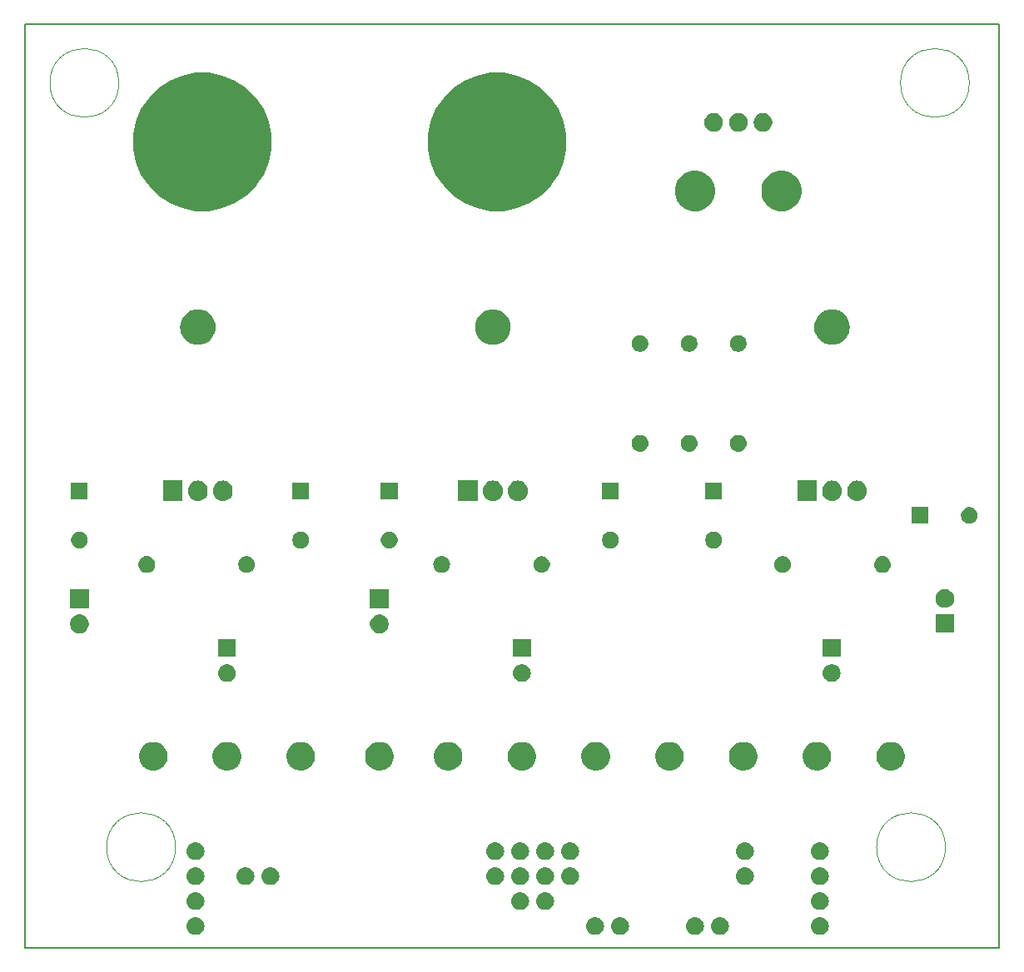
<source format=gbr>
%TF.GenerationSoftware,KiCad,Pcbnew,(5.0.2)-1*%
%TF.CreationDate,2020-07-21T09:41:45-06:00*%
%TF.ProjectId,power_interface,706f7765-725f-4696-9e74-657266616365,rev?*%
%TF.SameCoordinates,Original*%
%TF.FileFunction,Soldermask,Bot*%
%TF.FilePolarity,Negative*%
%FSLAX46Y46*%
G04 Gerber Fmt 4.6, Leading zero omitted, Abs format (unit mm)*
G04 Created by KiCad (PCBNEW (5.0.2)-1) date 7/21/2020 9:41:45 AM*
%MOMM*%
%LPD*%
G01*
G04 APERTURE LIST*
%ADD10C,0.020000*%
%ADD11C,0.200000*%
%ADD12C,0.100000*%
G04 APERTURE END LIST*
D10*
X193000028Y-59000000D02*
G75*
G03X193000028Y-59000000I-3500014J0D01*
G01*
X106500014Y-59000000D02*
G75*
G03X106500014Y-59000000I-3500014J0D01*
G01*
D11*
X196000000Y-53000000D02*
X196000000Y-147000000D01*
X97000000Y-53000000D02*
X196000000Y-53000000D01*
X97000000Y-147000000D02*
X97000000Y-53000000D01*
X196000000Y-147000000D02*
X97000000Y-147000000D01*
D10*
X112270014Y-136760000D02*
G75*
G03X112270014Y-136760000I-3500014J0D01*
G01*
X190570014Y-136760000D02*
G75*
G03X190570014Y-136760000I-3500014J0D01*
G01*
D12*
G36*
X177910443Y-143885519D02*
X177976627Y-143892037D01*
X178089853Y-143926384D01*
X178146467Y-143943557D01*
X178285087Y-144017652D01*
X178302991Y-144027222D01*
X178338729Y-144056552D01*
X178440186Y-144139814D01*
X178523448Y-144241271D01*
X178552778Y-144277009D01*
X178552779Y-144277011D01*
X178636443Y-144433533D01*
X178636443Y-144433534D01*
X178687963Y-144603373D01*
X178705359Y-144780000D01*
X178687963Y-144956627D01*
X178653616Y-145069853D01*
X178636443Y-145126467D01*
X178562348Y-145265087D01*
X178552778Y-145282991D01*
X178523448Y-145318729D01*
X178440186Y-145420186D01*
X178338729Y-145503448D01*
X178302991Y-145532778D01*
X178302989Y-145532779D01*
X178146467Y-145616443D01*
X178089853Y-145633616D01*
X177976627Y-145667963D01*
X177910443Y-145674481D01*
X177844260Y-145681000D01*
X177755740Y-145681000D01*
X177689557Y-145674481D01*
X177623373Y-145667963D01*
X177510147Y-145633616D01*
X177453533Y-145616443D01*
X177297011Y-145532779D01*
X177297009Y-145532778D01*
X177261271Y-145503448D01*
X177159814Y-145420186D01*
X177076552Y-145318729D01*
X177047222Y-145282991D01*
X177037652Y-145265087D01*
X176963557Y-145126467D01*
X176946384Y-145069853D01*
X176912037Y-144956627D01*
X176894641Y-144780000D01*
X176912037Y-144603373D01*
X176963557Y-144433534D01*
X176963557Y-144433533D01*
X177047221Y-144277011D01*
X177047222Y-144277009D01*
X177076552Y-144241271D01*
X177159814Y-144139814D01*
X177261271Y-144056552D01*
X177297009Y-144027222D01*
X177314913Y-144017652D01*
X177453533Y-143943557D01*
X177510147Y-143926384D01*
X177623373Y-143892037D01*
X177689557Y-143885519D01*
X177755740Y-143879000D01*
X177844260Y-143879000D01*
X177910443Y-143885519D01*
X177910443Y-143885519D01*
G37*
G36*
X167750443Y-143885519D02*
X167816627Y-143892037D01*
X167929853Y-143926384D01*
X167986467Y-143943557D01*
X168125087Y-144017652D01*
X168142991Y-144027222D01*
X168178729Y-144056552D01*
X168280186Y-144139814D01*
X168363448Y-144241271D01*
X168392778Y-144277009D01*
X168392779Y-144277011D01*
X168476443Y-144433533D01*
X168476443Y-144433534D01*
X168527963Y-144603373D01*
X168545359Y-144780000D01*
X168527963Y-144956627D01*
X168493616Y-145069853D01*
X168476443Y-145126467D01*
X168402348Y-145265087D01*
X168392778Y-145282991D01*
X168363448Y-145318729D01*
X168280186Y-145420186D01*
X168178729Y-145503448D01*
X168142991Y-145532778D01*
X168142989Y-145532779D01*
X167986467Y-145616443D01*
X167929853Y-145633616D01*
X167816627Y-145667963D01*
X167750443Y-145674481D01*
X167684260Y-145681000D01*
X167595740Y-145681000D01*
X167529557Y-145674481D01*
X167463373Y-145667963D01*
X167350147Y-145633616D01*
X167293533Y-145616443D01*
X167137011Y-145532779D01*
X167137009Y-145532778D01*
X167101271Y-145503448D01*
X166999814Y-145420186D01*
X166916552Y-145318729D01*
X166887222Y-145282991D01*
X166877652Y-145265087D01*
X166803557Y-145126467D01*
X166786384Y-145069853D01*
X166752037Y-144956627D01*
X166734641Y-144780000D01*
X166752037Y-144603373D01*
X166803557Y-144433534D01*
X166803557Y-144433533D01*
X166887221Y-144277011D01*
X166887222Y-144277009D01*
X166916552Y-144241271D01*
X166999814Y-144139814D01*
X167101271Y-144056552D01*
X167137009Y-144027222D01*
X167154913Y-144017652D01*
X167293533Y-143943557D01*
X167350147Y-143926384D01*
X167463373Y-143892037D01*
X167529557Y-143885519D01*
X167595740Y-143879000D01*
X167684260Y-143879000D01*
X167750443Y-143885519D01*
X167750443Y-143885519D01*
G37*
G36*
X114410443Y-143885519D02*
X114476627Y-143892037D01*
X114589853Y-143926384D01*
X114646467Y-143943557D01*
X114785087Y-144017652D01*
X114802991Y-144027222D01*
X114838729Y-144056552D01*
X114940186Y-144139814D01*
X115023448Y-144241271D01*
X115052778Y-144277009D01*
X115052779Y-144277011D01*
X115136443Y-144433533D01*
X115136443Y-144433534D01*
X115187963Y-144603373D01*
X115205359Y-144780000D01*
X115187963Y-144956627D01*
X115153616Y-145069853D01*
X115136443Y-145126467D01*
X115062348Y-145265087D01*
X115052778Y-145282991D01*
X115023448Y-145318729D01*
X114940186Y-145420186D01*
X114838729Y-145503448D01*
X114802991Y-145532778D01*
X114802989Y-145532779D01*
X114646467Y-145616443D01*
X114589853Y-145633616D01*
X114476627Y-145667963D01*
X114410443Y-145674481D01*
X114344260Y-145681000D01*
X114255740Y-145681000D01*
X114189557Y-145674481D01*
X114123373Y-145667963D01*
X114010147Y-145633616D01*
X113953533Y-145616443D01*
X113797011Y-145532779D01*
X113797009Y-145532778D01*
X113761271Y-145503448D01*
X113659814Y-145420186D01*
X113576552Y-145318729D01*
X113547222Y-145282991D01*
X113537652Y-145265087D01*
X113463557Y-145126467D01*
X113446384Y-145069853D01*
X113412037Y-144956627D01*
X113394641Y-144780000D01*
X113412037Y-144603373D01*
X113463557Y-144433534D01*
X113463557Y-144433533D01*
X113547221Y-144277011D01*
X113547222Y-144277009D01*
X113576552Y-144241271D01*
X113659814Y-144139814D01*
X113761271Y-144056552D01*
X113797009Y-144027222D01*
X113814913Y-144017652D01*
X113953533Y-143943557D01*
X114010147Y-143926384D01*
X114123373Y-143892037D01*
X114189557Y-143885519D01*
X114255740Y-143879000D01*
X114344260Y-143879000D01*
X114410443Y-143885519D01*
X114410443Y-143885519D01*
G37*
G36*
X155050443Y-143885519D02*
X155116627Y-143892037D01*
X155229853Y-143926384D01*
X155286467Y-143943557D01*
X155425087Y-144017652D01*
X155442991Y-144027222D01*
X155478729Y-144056552D01*
X155580186Y-144139814D01*
X155663448Y-144241271D01*
X155692778Y-144277009D01*
X155692779Y-144277011D01*
X155776443Y-144433533D01*
X155776443Y-144433534D01*
X155827963Y-144603373D01*
X155845359Y-144780000D01*
X155827963Y-144956627D01*
X155793616Y-145069853D01*
X155776443Y-145126467D01*
X155702348Y-145265087D01*
X155692778Y-145282991D01*
X155663448Y-145318729D01*
X155580186Y-145420186D01*
X155478729Y-145503448D01*
X155442991Y-145532778D01*
X155442989Y-145532779D01*
X155286467Y-145616443D01*
X155229853Y-145633616D01*
X155116627Y-145667963D01*
X155050443Y-145674481D01*
X154984260Y-145681000D01*
X154895740Y-145681000D01*
X154829557Y-145674481D01*
X154763373Y-145667963D01*
X154650147Y-145633616D01*
X154593533Y-145616443D01*
X154437011Y-145532779D01*
X154437009Y-145532778D01*
X154401271Y-145503448D01*
X154299814Y-145420186D01*
X154216552Y-145318729D01*
X154187222Y-145282991D01*
X154177652Y-145265087D01*
X154103557Y-145126467D01*
X154086384Y-145069853D01*
X154052037Y-144956627D01*
X154034641Y-144780000D01*
X154052037Y-144603373D01*
X154103557Y-144433534D01*
X154103557Y-144433533D01*
X154187221Y-144277011D01*
X154187222Y-144277009D01*
X154216552Y-144241271D01*
X154299814Y-144139814D01*
X154401271Y-144056552D01*
X154437009Y-144027222D01*
X154454913Y-144017652D01*
X154593533Y-143943557D01*
X154650147Y-143926384D01*
X154763373Y-143892037D01*
X154829557Y-143885519D01*
X154895740Y-143879000D01*
X154984260Y-143879000D01*
X155050443Y-143885519D01*
X155050443Y-143885519D01*
G37*
G36*
X165210443Y-143885519D02*
X165276627Y-143892037D01*
X165389853Y-143926384D01*
X165446467Y-143943557D01*
X165585087Y-144017652D01*
X165602991Y-144027222D01*
X165638729Y-144056552D01*
X165740186Y-144139814D01*
X165823448Y-144241271D01*
X165852778Y-144277009D01*
X165852779Y-144277011D01*
X165936443Y-144433533D01*
X165936443Y-144433534D01*
X165987963Y-144603373D01*
X166005359Y-144780000D01*
X165987963Y-144956627D01*
X165953616Y-145069853D01*
X165936443Y-145126467D01*
X165862348Y-145265087D01*
X165852778Y-145282991D01*
X165823448Y-145318729D01*
X165740186Y-145420186D01*
X165638729Y-145503448D01*
X165602991Y-145532778D01*
X165602989Y-145532779D01*
X165446467Y-145616443D01*
X165389853Y-145633616D01*
X165276627Y-145667963D01*
X165210443Y-145674481D01*
X165144260Y-145681000D01*
X165055740Y-145681000D01*
X164989557Y-145674481D01*
X164923373Y-145667963D01*
X164810147Y-145633616D01*
X164753533Y-145616443D01*
X164597011Y-145532779D01*
X164597009Y-145532778D01*
X164561271Y-145503448D01*
X164459814Y-145420186D01*
X164376552Y-145318729D01*
X164347222Y-145282991D01*
X164337652Y-145265087D01*
X164263557Y-145126467D01*
X164246384Y-145069853D01*
X164212037Y-144956627D01*
X164194641Y-144780000D01*
X164212037Y-144603373D01*
X164263557Y-144433534D01*
X164263557Y-144433533D01*
X164347221Y-144277011D01*
X164347222Y-144277009D01*
X164376552Y-144241271D01*
X164459814Y-144139814D01*
X164561271Y-144056552D01*
X164597009Y-144027222D01*
X164614913Y-144017652D01*
X164753533Y-143943557D01*
X164810147Y-143926384D01*
X164923373Y-143892037D01*
X164989557Y-143885519D01*
X165055740Y-143879000D01*
X165144260Y-143879000D01*
X165210443Y-143885519D01*
X165210443Y-143885519D01*
G37*
G36*
X157590443Y-143885519D02*
X157656627Y-143892037D01*
X157769853Y-143926384D01*
X157826467Y-143943557D01*
X157965087Y-144017652D01*
X157982991Y-144027222D01*
X158018729Y-144056552D01*
X158120186Y-144139814D01*
X158203448Y-144241271D01*
X158232778Y-144277009D01*
X158232779Y-144277011D01*
X158316443Y-144433533D01*
X158316443Y-144433534D01*
X158367963Y-144603373D01*
X158385359Y-144780000D01*
X158367963Y-144956627D01*
X158333616Y-145069853D01*
X158316443Y-145126467D01*
X158242348Y-145265087D01*
X158232778Y-145282991D01*
X158203448Y-145318729D01*
X158120186Y-145420186D01*
X158018729Y-145503448D01*
X157982991Y-145532778D01*
X157982989Y-145532779D01*
X157826467Y-145616443D01*
X157769853Y-145633616D01*
X157656627Y-145667963D01*
X157590443Y-145674481D01*
X157524260Y-145681000D01*
X157435740Y-145681000D01*
X157369557Y-145674481D01*
X157303373Y-145667963D01*
X157190147Y-145633616D01*
X157133533Y-145616443D01*
X156977011Y-145532779D01*
X156977009Y-145532778D01*
X156941271Y-145503448D01*
X156839814Y-145420186D01*
X156756552Y-145318729D01*
X156727222Y-145282991D01*
X156717652Y-145265087D01*
X156643557Y-145126467D01*
X156626384Y-145069853D01*
X156592037Y-144956627D01*
X156574641Y-144780000D01*
X156592037Y-144603373D01*
X156643557Y-144433534D01*
X156643557Y-144433533D01*
X156727221Y-144277011D01*
X156727222Y-144277009D01*
X156756552Y-144241271D01*
X156839814Y-144139814D01*
X156941271Y-144056552D01*
X156977009Y-144027222D01*
X156994913Y-144017652D01*
X157133533Y-143943557D01*
X157190147Y-143926384D01*
X157303373Y-143892037D01*
X157369557Y-143885519D01*
X157435740Y-143879000D01*
X157524260Y-143879000D01*
X157590443Y-143885519D01*
X157590443Y-143885519D01*
G37*
G36*
X114410442Y-141345518D02*
X114476627Y-141352037D01*
X114589853Y-141386384D01*
X114646467Y-141403557D01*
X114785087Y-141477652D01*
X114802991Y-141487222D01*
X114838729Y-141516552D01*
X114940186Y-141599814D01*
X115023448Y-141701271D01*
X115052778Y-141737009D01*
X115052779Y-141737011D01*
X115136443Y-141893533D01*
X115136443Y-141893534D01*
X115187963Y-142063373D01*
X115205359Y-142240000D01*
X115187963Y-142416627D01*
X115153616Y-142529853D01*
X115136443Y-142586467D01*
X115062348Y-142725087D01*
X115052778Y-142742991D01*
X115023448Y-142778729D01*
X114940186Y-142880186D01*
X114838729Y-142963448D01*
X114802991Y-142992778D01*
X114802989Y-142992779D01*
X114646467Y-143076443D01*
X114589853Y-143093616D01*
X114476627Y-143127963D01*
X114410443Y-143134481D01*
X114344260Y-143141000D01*
X114255740Y-143141000D01*
X114189557Y-143134481D01*
X114123373Y-143127963D01*
X114010147Y-143093616D01*
X113953533Y-143076443D01*
X113797011Y-142992779D01*
X113797009Y-142992778D01*
X113761271Y-142963448D01*
X113659814Y-142880186D01*
X113576552Y-142778729D01*
X113547222Y-142742991D01*
X113537652Y-142725087D01*
X113463557Y-142586467D01*
X113446384Y-142529853D01*
X113412037Y-142416627D01*
X113394641Y-142240000D01*
X113412037Y-142063373D01*
X113463557Y-141893534D01*
X113463557Y-141893533D01*
X113547221Y-141737011D01*
X113547222Y-141737009D01*
X113576552Y-141701271D01*
X113659814Y-141599814D01*
X113761271Y-141516552D01*
X113797009Y-141487222D01*
X113814913Y-141477652D01*
X113953533Y-141403557D01*
X114010147Y-141386384D01*
X114123373Y-141352037D01*
X114189558Y-141345518D01*
X114255740Y-141339000D01*
X114344260Y-141339000D01*
X114410442Y-141345518D01*
X114410442Y-141345518D01*
G37*
G36*
X147430442Y-141345518D02*
X147496627Y-141352037D01*
X147609853Y-141386384D01*
X147666467Y-141403557D01*
X147805087Y-141477652D01*
X147822991Y-141487222D01*
X147858729Y-141516552D01*
X147960186Y-141599814D01*
X148043448Y-141701271D01*
X148072778Y-141737009D01*
X148072779Y-141737011D01*
X148156443Y-141893533D01*
X148156443Y-141893534D01*
X148207963Y-142063373D01*
X148225359Y-142240000D01*
X148207963Y-142416627D01*
X148173616Y-142529853D01*
X148156443Y-142586467D01*
X148082348Y-142725087D01*
X148072778Y-142742991D01*
X148043448Y-142778729D01*
X147960186Y-142880186D01*
X147858729Y-142963448D01*
X147822991Y-142992778D01*
X147822989Y-142992779D01*
X147666467Y-143076443D01*
X147609853Y-143093616D01*
X147496627Y-143127963D01*
X147430443Y-143134481D01*
X147364260Y-143141000D01*
X147275740Y-143141000D01*
X147209557Y-143134481D01*
X147143373Y-143127963D01*
X147030147Y-143093616D01*
X146973533Y-143076443D01*
X146817011Y-142992779D01*
X146817009Y-142992778D01*
X146781271Y-142963448D01*
X146679814Y-142880186D01*
X146596552Y-142778729D01*
X146567222Y-142742991D01*
X146557652Y-142725087D01*
X146483557Y-142586467D01*
X146466384Y-142529853D01*
X146432037Y-142416627D01*
X146414641Y-142240000D01*
X146432037Y-142063373D01*
X146483557Y-141893534D01*
X146483557Y-141893533D01*
X146567221Y-141737011D01*
X146567222Y-141737009D01*
X146596552Y-141701271D01*
X146679814Y-141599814D01*
X146781271Y-141516552D01*
X146817009Y-141487222D01*
X146834913Y-141477652D01*
X146973533Y-141403557D01*
X147030147Y-141386384D01*
X147143373Y-141352037D01*
X147209558Y-141345518D01*
X147275740Y-141339000D01*
X147364260Y-141339000D01*
X147430442Y-141345518D01*
X147430442Y-141345518D01*
G37*
G36*
X149970442Y-141345518D02*
X150036627Y-141352037D01*
X150149853Y-141386384D01*
X150206467Y-141403557D01*
X150345087Y-141477652D01*
X150362991Y-141487222D01*
X150398729Y-141516552D01*
X150500186Y-141599814D01*
X150583448Y-141701271D01*
X150612778Y-141737009D01*
X150612779Y-141737011D01*
X150696443Y-141893533D01*
X150696443Y-141893534D01*
X150747963Y-142063373D01*
X150765359Y-142240000D01*
X150747963Y-142416627D01*
X150713616Y-142529853D01*
X150696443Y-142586467D01*
X150622348Y-142725087D01*
X150612778Y-142742991D01*
X150583448Y-142778729D01*
X150500186Y-142880186D01*
X150398729Y-142963448D01*
X150362991Y-142992778D01*
X150362989Y-142992779D01*
X150206467Y-143076443D01*
X150149853Y-143093616D01*
X150036627Y-143127963D01*
X149970443Y-143134481D01*
X149904260Y-143141000D01*
X149815740Y-143141000D01*
X149749557Y-143134481D01*
X149683373Y-143127963D01*
X149570147Y-143093616D01*
X149513533Y-143076443D01*
X149357011Y-142992779D01*
X149357009Y-142992778D01*
X149321271Y-142963448D01*
X149219814Y-142880186D01*
X149136552Y-142778729D01*
X149107222Y-142742991D01*
X149097652Y-142725087D01*
X149023557Y-142586467D01*
X149006384Y-142529853D01*
X148972037Y-142416627D01*
X148954641Y-142240000D01*
X148972037Y-142063373D01*
X149023557Y-141893534D01*
X149023557Y-141893533D01*
X149107221Y-141737011D01*
X149107222Y-141737009D01*
X149136552Y-141701271D01*
X149219814Y-141599814D01*
X149321271Y-141516552D01*
X149357009Y-141487222D01*
X149374913Y-141477652D01*
X149513533Y-141403557D01*
X149570147Y-141386384D01*
X149683373Y-141352037D01*
X149749558Y-141345518D01*
X149815740Y-141339000D01*
X149904260Y-141339000D01*
X149970442Y-141345518D01*
X149970442Y-141345518D01*
G37*
G36*
X177910442Y-141345518D02*
X177976627Y-141352037D01*
X178089853Y-141386384D01*
X178146467Y-141403557D01*
X178285087Y-141477652D01*
X178302991Y-141487222D01*
X178338729Y-141516552D01*
X178440186Y-141599814D01*
X178523448Y-141701271D01*
X178552778Y-141737009D01*
X178552779Y-141737011D01*
X178636443Y-141893533D01*
X178636443Y-141893534D01*
X178687963Y-142063373D01*
X178705359Y-142240000D01*
X178687963Y-142416627D01*
X178653616Y-142529853D01*
X178636443Y-142586467D01*
X178562348Y-142725087D01*
X178552778Y-142742991D01*
X178523448Y-142778729D01*
X178440186Y-142880186D01*
X178338729Y-142963448D01*
X178302991Y-142992778D01*
X178302989Y-142992779D01*
X178146467Y-143076443D01*
X178089853Y-143093616D01*
X177976627Y-143127963D01*
X177910443Y-143134481D01*
X177844260Y-143141000D01*
X177755740Y-143141000D01*
X177689557Y-143134481D01*
X177623373Y-143127963D01*
X177510147Y-143093616D01*
X177453533Y-143076443D01*
X177297011Y-142992779D01*
X177297009Y-142992778D01*
X177261271Y-142963448D01*
X177159814Y-142880186D01*
X177076552Y-142778729D01*
X177047222Y-142742991D01*
X177037652Y-142725087D01*
X176963557Y-142586467D01*
X176946384Y-142529853D01*
X176912037Y-142416627D01*
X176894641Y-142240000D01*
X176912037Y-142063373D01*
X176963557Y-141893534D01*
X176963557Y-141893533D01*
X177047221Y-141737011D01*
X177047222Y-141737009D01*
X177076552Y-141701271D01*
X177159814Y-141599814D01*
X177261271Y-141516552D01*
X177297009Y-141487222D01*
X177314913Y-141477652D01*
X177453533Y-141403557D01*
X177510147Y-141386384D01*
X177623373Y-141352037D01*
X177689558Y-141345518D01*
X177755740Y-141339000D01*
X177844260Y-141339000D01*
X177910442Y-141345518D01*
X177910442Y-141345518D01*
G37*
G36*
X144890442Y-138805518D02*
X144956627Y-138812037D01*
X145069853Y-138846384D01*
X145126467Y-138863557D01*
X145265087Y-138937652D01*
X145282991Y-138947222D01*
X145318729Y-138976552D01*
X145420186Y-139059814D01*
X145503448Y-139161271D01*
X145532778Y-139197009D01*
X145532779Y-139197011D01*
X145616443Y-139353533D01*
X145616443Y-139353534D01*
X145667963Y-139523373D01*
X145685359Y-139700000D01*
X145667963Y-139876627D01*
X145633616Y-139989853D01*
X145616443Y-140046467D01*
X145542348Y-140185087D01*
X145532778Y-140202991D01*
X145503448Y-140238729D01*
X145420186Y-140340186D01*
X145318729Y-140423448D01*
X145282991Y-140452778D01*
X145282989Y-140452779D01*
X145126467Y-140536443D01*
X145069853Y-140553616D01*
X144956627Y-140587963D01*
X144890442Y-140594482D01*
X144824260Y-140601000D01*
X144735740Y-140601000D01*
X144669558Y-140594482D01*
X144603373Y-140587963D01*
X144490147Y-140553616D01*
X144433533Y-140536443D01*
X144277011Y-140452779D01*
X144277009Y-140452778D01*
X144241271Y-140423448D01*
X144139814Y-140340186D01*
X144056552Y-140238729D01*
X144027222Y-140202991D01*
X144017652Y-140185087D01*
X143943557Y-140046467D01*
X143926384Y-139989853D01*
X143892037Y-139876627D01*
X143874641Y-139700000D01*
X143892037Y-139523373D01*
X143943557Y-139353534D01*
X143943557Y-139353533D01*
X144027221Y-139197011D01*
X144027222Y-139197009D01*
X144056552Y-139161271D01*
X144139814Y-139059814D01*
X144241271Y-138976552D01*
X144277009Y-138947222D01*
X144294913Y-138937652D01*
X144433533Y-138863557D01*
X144490147Y-138846384D01*
X144603373Y-138812037D01*
X144669558Y-138805518D01*
X144735740Y-138799000D01*
X144824260Y-138799000D01*
X144890442Y-138805518D01*
X144890442Y-138805518D01*
G37*
G36*
X170290442Y-138805518D02*
X170356627Y-138812037D01*
X170469853Y-138846384D01*
X170526467Y-138863557D01*
X170665087Y-138937652D01*
X170682991Y-138947222D01*
X170718729Y-138976552D01*
X170820186Y-139059814D01*
X170903448Y-139161271D01*
X170932778Y-139197009D01*
X170932779Y-139197011D01*
X171016443Y-139353533D01*
X171016443Y-139353534D01*
X171067963Y-139523373D01*
X171085359Y-139700000D01*
X171067963Y-139876627D01*
X171033616Y-139989853D01*
X171016443Y-140046467D01*
X170942348Y-140185087D01*
X170932778Y-140202991D01*
X170903448Y-140238729D01*
X170820186Y-140340186D01*
X170718729Y-140423448D01*
X170682991Y-140452778D01*
X170682989Y-140452779D01*
X170526467Y-140536443D01*
X170469853Y-140553616D01*
X170356627Y-140587963D01*
X170290442Y-140594482D01*
X170224260Y-140601000D01*
X170135740Y-140601000D01*
X170069558Y-140594482D01*
X170003373Y-140587963D01*
X169890147Y-140553616D01*
X169833533Y-140536443D01*
X169677011Y-140452779D01*
X169677009Y-140452778D01*
X169641271Y-140423448D01*
X169539814Y-140340186D01*
X169456552Y-140238729D01*
X169427222Y-140202991D01*
X169417652Y-140185087D01*
X169343557Y-140046467D01*
X169326384Y-139989853D01*
X169292037Y-139876627D01*
X169274641Y-139700000D01*
X169292037Y-139523373D01*
X169343557Y-139353534D01*
X169343557Y-139353533D01*
X169427221Y-139197011D01*
X169427222Y-139197009D01*
X169456552Y-139161271D01*
X169539814Y-139059814D01*
X169641271Y-138976552D01*
X169677009Y-138947222D01*
X169694913Y-138937652D01*
X169833533Y-138863557D01*
X169890147Y-138846384D01*
X170003373Y-138812037D01*
X170069558Y-138805518D01*
X170135740Y-138799000D01*
X170224260Y-138799000D01*
X170290442Y-138805518D01*
X170290442Y-138805518D01*
G37*
G36*
X177910442Y-138805518D02*
X177976627Y-138812037D01*
X178089853Y-138846384D01*
X178146467Y-138863557D01*
X178285087Y-138937652D01*
X178302991Y-138947222D01*
X178338729Y-138976552D01*
X178440186Y-139059814D01*
X178523448Y-139161271D01*
X178552778Y-139197009D01*
X178552779Y-139197011D01*
X178636443Y-139353533D01*
X178636443Y-139353534D01*
X178687963Y-139523373D01*
X178705359Y-139700000D01*
X178687963Y-139876627D01*
X178653616Y-139989853D01*
X178636443Y-140046467D01*
X178562348Y-140185087D01*
X178552778Y-140202991D01*
X178523448Y-140238729D01*
X178440186Y-140340186D01*
X178338729Y-140423448D01*
X178302991Y-140452778D01*
X178302989Y-140452779D01*
X178146467Y-140536443D01*
X178089853Y-140553616D01*
X177976627Y-140587963D01*
X177910442Y-140594482D01*
X177844260Y-140601000D01*
X177755740Y-140601000D01*
X177689558Y-140594482D01*
X177623373Y-140587963D01*
X177510147Y-140553616D01*
X177453533Y-140536443D01*
X177297011Y-140452779D01*
X177297009Y-140452778D01*
X177261271Y-140423448D01*
X177159814Y-140340186D01*
X177076552Y-140238729D01*
X177047222Y-140202991D01*
X177037652Y-140185087D01*
X176963557Y-140046467D01*
X176946384Y-139989853D01*
X176912037Y-139876627D01*
X176894641Y-139700000D01*
X176912037Y-139523373D01*
X176963557Y-139353534D01*
X176963557Y-139353533D01*
X177047221Y-139197011D01*
X177047222Y-139197009D01*
X177076552Y-139161271D01*
X177159814Y-139059814D01*
X177261271Y-138976552D01*
X177297009Y-138947222D01*
X177314913Y-138937652D01*
X177453533Y-138863557D01*
X177510147Y-138846384D01*
X177623373Y-138812037D01*
X177689558Y-138805518D01*
X177755740Y-138799000D01*
X177844260Y-138799000D01*
X177910442Y-138805518D01*
X177910442Y-138805518D01*
G37*
G36*
X152510442Y-138805518D02*
X152576627Y-138812037D01*
X152689853Y-138846384D01*
X152746467Y-138863557D01*
X152885087Y-138937652D01*
X152902991Y-138947222D01*
X152938729Y-138976552D01*
X153040186Y-139059814D01*
X153123448Y-139161271D01*
X153152778Y-139197009D01*
X153152779Y-139197011D01*
X153236443Y-139353533D01*
X153236443Y-139353534D01*
X153287963Y-139523373D01*
X153305359Y-139700000D01*
X153287963Y-139876627D01*
X153253616Y-139989853D01*
X153236443Y-140046467D01*
X153162348Y-140185087D01*
X153152778Y-140202991D01*
X153123448Y-140238729D01*
X153040186Y-140340186D01*
X152938729Y-140423448D01*
X152902991Y-140452778D01*
X152902989Y-140452779D01*
X152746467Y-140536443D01*
X152689853Y-140553616D01*
X152576627Y-140587963D01*
X152510442Y-140594482D01*
X152444260Y-140601000D01*
X152355740Y-140601000D01*
X152289558Y-140594482D01*
X152223373Y-140587963D01*
X152110147Y-140553616D01*
X152053533Y-140536443D01*
X151897011Y-140452779D01*
X151897009Y-140452778D01*
X151861271Y-140423448D01*
X151759814Y-140340186D01*
X151676552Y-140238729D01*
X151647222Y-140202991D01*
X151637652Y-140185087D01*
X151563557Y-140046467D01*
X151546384Y-139989853D01*
X151512037Y-139876627D01*
X151494641Y-139700000D01*
X151512037Y-139523373D01*
X151563557Y-139353534D01*
X151563557Y-139353533D01*
X151647221Y-139197011D01*
X151647222Y-139197009D01*
X151676552Y-139161271D01*
X151759814Y-139059814D01*
X151861271Y-138976552D01*
X151897009Y-138947222D01*
X151914913Y-138937652D01*
X152053533Y-138863557D01*
X152110147Y-138846384D01*
X152223373Y-138812037D01*
X152289558Y-138805518D01*
X152355740Y-138799000D01*
X152444260Y-138799000D01*
X152510442Y-138805518D01*
X152510442Y-138805518D01*
G37*
G36*
X114410442Y-138805518D02*
X114476627Y-138812037D01*
X114589853Y-138846384D01*
X114646467Y-138863557D01*
X114785087Y-138937652D01*
X114802991Y-138947222D01*
X114838729Y-138976552D01*
X114940186Y-139059814D01*
X115023448Y-139161271D01*
X115052778Y-139197009D01*
X115052779Y-139197011D01*
X115136443Y-139353533D01*
X115136443Y-139353534D01*
X115187963Y-139523373D01*
X115205359Y-139700000D01*
X115187963Y-139876627D01*
X115153616Y-139989853D01*
X115136443Y-140046467D01*
X115062348Y-140185087D01*
X115052778Y-140202991D01*
X115023448Y-140238729D01*
X114940186Y-140340186D01*
X114838729Y-140423448D01*
X114802991Y-140452778D01*
X114802989Y-140452779D01*
X114646467Y-140536443D01*
X114589853Y-140553616D01*
X114476627Y-140587963D01*
X114410442Y-140594482D01*
X114344260Y-140601000D01*
X114255740Y-140601000D01*
X114189558Y-140594482D01*
X114123373Y-140587963D01*
X114010147Y-140553616D01*
X113953533Y-140536443D01*
X113797011Y-140452779D01*
X113797009Y-140452778D01*
X113761271Y-140423448D01*
X113659814Y-140340186D01*
X113576552Y-140238729D01*
X113547222Y-140202991D01*
X113537652Y-140185087D01*
X113463557Y-140046467D01*
X113446384Y-139989853D01*
X113412037Y-139876627D01*
X113394641Y-139700000D01*
X113412037Y-139523373D01*
X113463557Y-139353534D01*
X113463557Y-139353533D01*
X113547221Y-139197011D01*
X113547222Y-139197009D01*
X113576552Y-139161271D01*
X113659814Y-139059814D01*
X113761271Y-138976552D01*
X113797009Y-138947222D01*
X113814913Y-138937652D01*
X113953533Y-138863557D01*
X114010147Y-138846384D01*
X114123373Y-138812037D01*
X114189558Y-138805518D01*
X114255740Y-138799000D01*
X114344260Y-138799000D01*
X114410442Y-138805518D01*
X114410442Y-138805518D01*
G37*
G36*
X122030442Y-138805518D02*
X122096627Y-138812037D01*
X122209853Y-138846384D01*
X122266467Y-138863557D01*
X122405087Y-138937652D01*
X122422991Y-138947222D01*
X122458729Y-138976552D01*
X122560186Y-139059814D01*
X122643448Y-139161271D01*
X122672778Y-139197009D01*
X122672779Y-139197011D01*
X122756443Y-139353533D01*
X122756443Y-139353534D01*
X122807963Y-139523373D01*
X122825359Y-139700000D01*
X122807963Y-139876627D01*
X122773616Y-139989853D01*
X122756443Y-140046467D01*
X122682348Y-140185087D01*
X122672778Y-140202991D01*
X122643448Y-140238729D01*
X122560186Y-140340186D01*
X122458729Y-140423448D01*
X122422991Y-140452778D01*
X122422989Y-140452779D01*
X122266467Y-140536443D01*
X122209853Y-140553616D01*
X122096627Y-140587963D01*
X122030442Y-140594482D01*
X121964260Y-140601000D01*
X121875740Y-140601000D01*
X121809558Y-140594482D01*
X121743373Y-140587963D01*
X121630147Y-140553616D01*
X121573533Y-140536443D01*
X121417011Y-140452779D01*
X121417009Y-140452778D01*
X121381271Y-140423448D01*
X121279814Y-140340186D01*
X121196552Y-140238729D01*
X121167222Y-140202991D01*
X121157652Y-140185087D01*
X121083557Y-140046467D01*
X121066384Y-139989853D01*
X121032037Y-139876627D01*
X121014641Y-139700000D01*
X121032037Y-139523373D01*
X121083557Y-139353534D01*
X121083557Y-139353533D01*
X121167221Y-139197011D01*
X121167222Y-139197009D01*
X121196552Y-139161271D01*
X121279814Y-139059814D01*
X121381271Y-138976552D01*
X121417009Y-138947222D01*
X121434913Y-138937652D01*
X121573533Y-138863557D01*
X121630147Y-138846384D01*
X121743373Y-138812037D01*
X121809558Y-138805518D01*
X121875740Y-138799000D01*
X121964260Y-138799000D01*
X122030442Y-138805518D01*
X122030442Y-138805518D01*
G37*
G36*
X147430442Y-138805518D02*
X147496627Y-138812037D01*
X147609853Y-138846384D01*
X147666467Y-138863557D01*
X147805087Y-138937652D01*
X147822991Y-138947222D01*
X147858729Y-138976552D01*
X147960186Y-139059814D01*
X148043448Y-139161271D01*
X148072778Y-139197009D01*
X148072779Y-139197011D01*
X148156443Y-139353533D01*
X148156443Y-139353534D01*
X148207963Y-139523373D01*
X148225359Y-139700000D01*
X148207963Y-139876627D01*
X148173616Y-139989853D01*
X148156443Y-140046467D01*
X148082348Y-140185087D01*
X148072778Y-140202991D01*
X148043448Y-140238729D01*
X147960186Y-140340186D01*
X147858729Y-140423448D01*
X147822991Y-140452778D01*
X147822989Y-140452779D01*
X147666467Y-140536443D01*
X147609853Y-140553616D01*
X147496627Y-140587963D01*
X147430442Y-140594482D01*
X147364260Y-140601000D01*
X147275740Y-140601000D01*
X147209558Y-140594482D01*
X147143373Y-140587963D01*
X147030147Y-140553616D01*
X146973533Y-140536443D01*
X146817011Y-140452779D01*
X146817009Y-140452778D01*
X146781271Y-140423448D01*
X146679814Y-140340186D01*
X146596552Y-140238729D01*
X146567222Y-140202991D01*
X146557652Y-140185087D01*
X146483557Y-140046467D01*
X146466384Y-139989853D01*
X146432037Y-139876627D01*
X146414641Y-139700000D01*
X146432037Y-139523373D01*
X146483557Y-139353534D01*
X146483557Y-139353533D01*
X146567221Y-139197011D01*
X146567222Y-139197009D01*
X146596552Y-139161271D01*
X146679814Y-139059814D01*
X146781271Y-138976552D01*
X146817009Y-138947222D01*
X146834913Y-138937652D01*
X146973533Y-138863557D01*
X147030147Y-138846384D01*
X147143373Y-138812037D01*
X147209558Y-138805518D01*
X147275740Y-138799000D01*
X147364260Y-138799000D01*
X147430442Y-138805518D01*
X147430442Y-138805518D01*
G37*
G36*
X119490442Y-138805518D02*
X119556627Y-138812037D01*
X119669853Y-138846384D01*
X119726467Y-138863557D01*
X119865087Y-138937652D01*
X119882991Y-138947222D01*
X119918729Y-138976552D01*
X120020186Y-139059814D01*
X120103448Y-139161271D01*
X120132778Y-139197009D01*
X120132779Y-139197011D01*
X120216443Y-139353533D01*
X120216443Y-139353534D01*
X120267963Y-139523373D01*
X120285359Y-139700000D01*
X120267963Y-139876627D01*
X120233616Y-139989853D01*
X120216443Y-140046467D01*
X120142348Y-140185087D01*
X120132778Y-140202991D01*
X120103448Y-140238729D01*
X120020186Y-140340186D01*
X119918729Y-140423448D01*
X119882991Y-140452778D01*
X119882989Y-140452779D01*
X119726467Y-140536443D01*
X119669853Y-140553616D01*
X119556627Y-140587963D01*
X119490442Y-140594482D01*
X119424260Y-140601000D01*
X119335740Y-140601000D01*
X119269558Y-140594482D01*
X119203373Y-140587963D01*
X119090147Y-140553616D01*
X119033533Y-140536443D01*
X118877011Y-140452779D01*
X118877009Y-140452778D01*
X118841271Y-140423448D01*
X118739814Y-140340186D01*
X118656552Y-140238729D01*
X118627222Y-140202991D01*
X118617652Y-140185087D01*
X118543557Y-140046467D01*
X118526384Y-139989853D01*
X118492037Y-139876627D01*
X118474641Y-139700000D01*
X118492037Y-139523373D01*
X118543557Y-139353534D01*
X118543557Y-139353533D01*
X118627221Y-139197011D01*
X118627222Y-139197009D01*
X118656552Y-139161271D01*
X118739814Y-139059814D01*
X118841271Y-138976552D01*
X118877009Y-138947222D01*
X118894913Y-138937652D01*
X119033533Y-138863557D01*
X119090147Y-138846384D01*
X119203373Y-138812037D01*
X119269558Y-138805518D01*
X119335740Y-138799000D01*
X119424260Y-138799000D01*
X119490442Y-138805518D01*
X119490442Y-138805518D01*
G37*
G36*
X149970442Y-138805518D02*
X150036627Y-138812037D01*
X150149853Y-138846384D01*
X150206467Y-138863557D01*
X150345087Y-138937652D01*
X150362991Y-138947222D01*
X150398729Y-138976552D01*
X150500186Y-139059814D01*
X150583448Y-139161271D01*
X150612778Y-139197009D01*
X150612779Y-139197011D01*
X150696443Y-139353533D01*
X150696443Y-139353534D01*
X150747963Y-139523373D01*
X150765359Y-139700000D01*
X150747963Y-139876627D01*
X150713616Y-139989853D01*
X150696443Y-140046467D01*
X150622348Y-140185087D01*
X150612778Y-140202991D01*
X150583448Y-140238729D01*
X150500186Y-140340186D01*
X150398729Y-140423448D01*
X150362991Y-140452778D01*
X150362989Y-140452779D01*
X150206467Y-140536443D01*
X150149853Y-140553616D01*
X150036627Y-140587963D01*
X149970442Y-140594482D01*
X149904260Y-140601000D01*
X149815740Y-140601000D01*
X149749558Y-140594482D01*
X149683373Y-140587963D01*
X149570147Y-140553616D01*
X149513533Y-140536443D01*
X149357011Y-140452779D01*
X149357009Y-140452778D01*
X149321271Y-140423448D01*
X149219814Y-140340186D01*
X149136552Y-140238729D01*
X149107222Y-140202991D01*
X149097652Y-140185087D01*
X149023557Y-140046467D01*
X149006384Y-139989853D01*
X148972037Y-139876627D01*
X148954641Y-139700000D01*
X148972037Y-139523373D01*
X149023557Y-139353534D01*
X149023557Y-139353533D01*
X149107221Y-139197011D01*
X149107222Y-139197009D01*
X149136552Y-139161271D01*
X149219814Y-139059814D01*
X149321271Y-138976552D01*
X149357009Y-138947222D01*
X149374913Y-138937652D01*
X149513533Y-138863557D01*
X149570147Y-138846384D01*
X149683373Y-138812037D01*
X149749558Y-138805518D01*
X149815740Y-138799000D01*
X149904260Y-138799000D01*
X149970442Y-138805518D01*
X149970442Y-138805518D01*
G37*
G36*
X114410443Y-136265519D02*
X114476627Y-136272037D01*
X114589853Y-136306384D01*
X114646467Y-136323557D01*
X114785087Y-136397652D01*
X114802991Y-136407222D01*
X114838729Y-136436552D01*
X114940186Y-136519814D01*
X115023448Y-136621271D01*
X115052778Y-136657009D01*
X115052779Y-136657011D01*
X115136443Y-136813533D01*
X115136443Y-136813534D01*
X115187963Y-136983373D01*
X115205359Y-137160000D01*
X115187963Y-137336627D01*
X115153616Y-137449853D01*
X115136443Y-137506467D01*
X115062348Y-137645087D01*
X115052778Y-137662991D01*
X115023448Y-137698729D01*
X114940186Y-137800186D01*
X114838729Y-137883448D01*
X114802991Y-137912778D01*
X114802989Y-137912779D01*
X114646467Y-137996443D01*
X114589853Y-138013616D01*
X114476627Y-138047963D01*
X114410442Y-138054482D01*
X114344260Y-138061000D01*
X114255740Y-138061000D01*
X114189558Y-138054482D01*
X114123373Y-138047963D01*
X114010147Y-138013616D01*
X113953533Y-137996443D01*
X113797011Y-137912779D01*
X113797009Y-137912778D01*
X113761271Y-137883448D01*
X113659814Y-137800186D01*
X113576552Y-137698729D01*
X113547222Y-137662991D01*
X113537652Y-137645087D01*
X113463557Y-137506467D01*
X113446384Y-137449853D01*
X113412037Y-137336627D01*
X113394641Y-137160000D01*
X113412037Y-136983373D01*
X113463557Y-136813534D01*
X113463557Y-136813533D01*
X113547221Y-136657011D01*
X113547222Y-136657009D01*
X113576552Y-136621271D01*
X113659814Y-136519814D01*
X113761271Y-136436552D01*
X113797009Y-136407222D01*
X113814913Y-136397652D01*
X113953533Y-136323557D01*
X114010147Y-136306384D01*
X114123373Y-136272037D01*
X114189557Y-136265519D01*
X114255740Y-136259000D01*
X114344260Y-136259000D01*
X114410443Y-136265519D01*
X114410443Y-136265519D01*
G37*
G36*
X177910443Y-136265519D02*
X177976627Y-136272037D01*
X178089853Y-136306384D01*
X178146467Y-136323557D01*
X178285087Y-136397652D01*
X178302991Y-136407222D01*
X178338729Y-136436552D01*
X178440186Y-136519814D01*
X178523448Y-136621271D01*
X178552778Y-136657009D01*
X178552779Y-136657011D01*
X178636443Y-136813533D01*
X178636443Y-136813534D01*
X178687963Y-136983373D01*
X178705359Y-137160000D01*
X178687963Y-137336627D01*
X178653616Y-137449853D01*
X178636443Y-137506467D01*
X178562348Y-137645087D01*
X178552778Y-137662991D01*
X178523448Y-137698729D01*
X178440186Y-137800186D01*
X178338729Y-137883448D01*
X178302991Y-137912778D01*
X178302989Y-137912779D01*
X178146467Y-137996443D01*
X178089853Y-138013616D01*
X177976627Y-138047963D01*
X177910442Y-138054482D01*
X177844260Y-138061000D01*
X177755740Y-138061000D01*
X177689558Y-138054482D01*
X177623373Y-138047963D01*
X177510147Y-138013616D01*
X177453533Y-137996443D01*
X177297011Y-137912779D01*
X177297009Y-137912778D01*
X177261271Y-137883448D01*
X177159814Y-137800186D01*
X177076552Y-137698729D01*
X177047222Y-137662991D01*
X177037652Y-137645087D01*
X176963557Y-137506467D01*
X176946384Y-137449853D01*
X176912037Y-137336627D01*
X176894641Y-137160000D01*
X176912037Y-136983373D01*
X176963557Y-136813534D01*
X176963557Y-136813533D01*
X177047221Y-136657011D01*
X177047222Y-136657009D01*
X177076552Y-136621271D01*
X177159814Y-136519814D01*
X177261271Y-136436552D01*
X177297009Y-136407222D01*
X177314913Y-136397652D01*
X177453533Y-136323557D01*
X177510147Y-136306384D01*
X177623373Y-136272037D01*
X177689557Y-136265519D01*
X177755740Y-136259000D01*
X177844260Y-136259000D01*
X177910443Y-136265519D01*
X177910443Y-136265519D01*
G37*
G36*
X170290443Y-136265519D02*
X170356627Y-136272037D01*
X170469853Y-136306384D01*
X170526467Y-136323557D01*
X170665087Y-136397652D01*
X170682991Y-136407222D01*
X170718729Y-136436552D01*
X170820186Y-136519814D01*
X170903448Y-136621271D01*
X170932778Y-136657009D01*
X170932779Y-136657011D01*
X171016443Y-136813533D01*
X171016443Y-136813534D01*
X171067963Y-136983373D01*
X171085359Y-137160000D01*
X171067963Y-137336627D01*
X171033616Y-137449853D01*
X171016443Y-137506467D01*
X170942348Y-137645087D01*
X170932778Y-137662991D01*
X170903448Y-137698729D01*
X170820186Y-137800186D01*
X170718729Y-137883448D01*
X170682991Y-137912778D01*
X170682989Y-137912779D01*
X170526467Y-137996443D01*
X170469853Y-138013616D01*
X170356627Y-138047963D01*
X170290442Y-138054482D01*
X170224260Y-138061000D01*
X170135740Y-138061000D01*
X170069558Y-138054482D01*
X170003373Y-138047963D01*
X169890147Y-138013616D01*
X169833533Y-137996443D01*
X169677011Y-137912779D01*
X169677009Y-137912778D01*
X169641271Y-137883448D01*
X169539814Y-137800186D01*
X169456552Y-137698729D01*
X169427222Y-137662991D01*
X169417652Y-137645087D01*
X169343557Y-137506467D01*
X169326384Y-137449853D01*
X169292037Y-137336627D01*
X169274641Y-137160000D01*
X169292037Y-136983373D01*
X169343557Y-136813534D01*
X169343557Y-136813533D01*
X169427221Y-136657011D01*
X169427222Y-136657009D01*
X169456552Y-136621271D01*
X169539814Y-136519814D01*
X169641271Y-136436552D01*
X169677009Y-136407222D01*
X169694913Y-136397652D01*
X169833533Y-136323557D01*
X169890147Y-136306384D01*
X170003373Y-136272037D01*
X170069557Y-136265519D01*
X170135740Y-136259000D01*
X170224260Y-136259000D01*
X170290443Y-136265519D01*
X170290443Y-136265519D01*
G37*
G36*
X147430443Y-136265519D02*
X147496627Y-136272037D01*
X147609853Y-136306384D01*
X147666467Y-136323557D01*
X147805087Y-136397652D01*
X147822991Y-136407222D01*
X147858729Y-136436552D01*
X147960186Y-136519814D01*
X148043448Y-136621271D01*
X148072778Y-136657009D01*
X148072779Y-136657011D01*
X148156443Y-136813533D01*
X148156443Y-136813534D01*
X148207963Y-136983373D01*
X148225359Y-137160000D01*
X148207963Y-137336627D01*
X148173616Y-137449853D01*
X148156443Y-137506467D01*
X148082348Y-137645087D01*
X148072778Y-137662991D01*
X148043448Y-137698729D01*
X147960186Y-137800186D01*
X147858729Y-137883448D01*
X147822991Y-137912778D01*
X147822989Y-137912779D01*
X147666467Y-137996443D01*
X147609853Y-138013616D01*
X147496627Y-138047963D01*
X147430442Y-138054482D01*
X147364260Y-138061000D01*
X147275740Y-138061000D01*
X147209558Y-138054482D01*
X147143373Y-138047963D01*
X147030147Y-138013616D01*
X146973533Y-137996443D01*
X146817011Y-137912779D01*
X146817009Y-137912778D01*
X146781271Y-137883448D01*
X146679814Y-137800186D01*
X146596552Y-137698729D01*
X146567222Y-137662991D01*
X146557652Y-137645087D01*
X146483557Y-137506467D01*
X146466384Y-137449853D01*
X146432037Y-137336627D01*
X146414641Y-137160000D01*
X146432037Y-136983373D01*
X146483557Y-136813534D01*
X146483557Y-136813533D01*
X146567221Y-136657011D01*
X146567222Y-136657009D01*
X146596552Y-136621271D01*
X146679814Y-136519814D01*
X146781271Y-136436552D01*
X146817009Y-136407222D01*
X146834913Y-136397652D01*
X146973533Y-136323557D01*
X147030147Y-136306384D01*
X147143373Y-136272037D01*
X147209557Y-136265519D01*
X147275740Y-136259000D01*
X147364260Y-136259000D01*
X147430443Y-136265519D01*
X147430443Y-136265519D01*
G37*
G36*
X149970443Y-136265519D02*
X150036627Y-136272037D01*
X150149853Y-136306384D01*
X150206467Y-136323557D01*
X150345087Y-136397652D01*
X150362991Y-136407222D01*
X150398729Y-136436552D01*
X150500186Y-136519814D01*
X150583448Y-136621271D01*
X150612778Y-136657009D01*
X150612779Y-136657011D01*
X150696443Y-136813533D01*
X150696443Y-136813534D01*
X150747963Y-136983373D01*
X150765359Y-137160000D01*
X150747963Y-137336627D01*
X150713616Y-137449853D01*
X150696443Y-137506467D01*
X150622348Y-137645087D01*
X150612778Y-137662991D01*
X150583448Y-137698729D01*
X150500186Y-137800186D01*
X150398729Y-137883448D01*
X150362991Y-137912778D01*
X150362989Y-137912779D01*
X150206467Y-137996443D01*
X150149853Y-138013616D01*
X150036627Y-138047963D01*
X149970442Y-138054482D01*
X149904260Y-138061000D01*
X149815740Y-138061000D01*
X149749558Y-138054482D01*
X149683373Y-138047963D01*
X149570147Y-138013616D01*
X149513533Y-137996443D01*
X149357011Y-137912779D01*
X149357009Y-137912778D01*
X149321271Y-137883448D01*
X149219814Y-137800186D01*
X149136552Y-137698729D01*
X149107222Y-137662991D01*
X149097652Y-137645087D01*
X149023557Y-137506467D01*
X149006384Y-137449853D01*
X148972037Y-137336627D01*
X148954641Y-137160000D01*
X148972037Y-136983373D01*
X149023557Y-136813534D01*
X149023557Y-136813533D01*
X149107221Y-136657011D01*
X149107222Y-136657009D01*
X149136552Y-136621271D01*
X149219814Y-136519814D01*
X149321271Y-136436552D01*
X149357009Y-136407222D01*
X149374913Y-136397652D01*
X149513533Y-136323557D01*
X149570147Y-136306384D01*
X149683373Y-136272037D01*
X149749557Y-136265519D01*
X149815740Y-136259000D01*
X149904260Y-136259000D01*
X149970443Y-136265519D01*
X149970443Y-136265519D01*
G37*
G36*
X152510443Y-136265519D02*
X152576627Y-136272037D01*
X152689853Y-136306384D01*
X152746467Y-136323557D01*
X152885087Y-136397652D01*
X152902991Y-136407222D01*
X152938729Y-136436552D01*
X153040186Y-136519814D01*
X153123448Y-136621271D01*
X153152778Y-136657009D01*
X153152779Y-136657011D01*
X153236443Y-136813533D01*
X153236443Y-136813534D01*
X153287963Y-136983373D01*
X153305359Y-137160000D01*
X153287963Y-137336627D01*
X153253616Y-137449853D01*
X153236443Y-137506467D01*
X153162348Y-137645087D01*
X153152778Y-137662991D01*
X153123448Y-137698729D01*
X153040186Y-137800186D01*
X152938729Y-137883448D01*
X152902991Y-137912778D01*
X152902989Y-137912779D01*
X152746467Y-137996443D01*
X152689853Y-138013616D01*
X152576627Y-138047963D01*
X152510442Y-138054482D01*
X152444260Y-138061000D01*
X152355740Y-138061000D01*
X152289558Y-138054482D01*
X152223373Y-138047963D01*
X152110147Y-138013616D01*
X152053533Y-137996443D01*
X151897011Y-137912779D01*
X151897009Y-137912778D01*
X151861271Y-137883448D01*
X151759814Y-137800186D01*
X151676552Y-137698729D01*
X151647222Y-137662991D01*
X151637652Y-137645087D01*
X151563557Y-137506467D01*
X151546384Y-137449853D01*
X151512037Y-137336627D01*
X151494641Y-137160000D01*
X151512037Y-136983373D01*
X151563557Y-136813534D01*
X151563557Y-136813533D01*
X151647221Y-136657011D01*
X151647222Y-136657009D01*
X151676552Y-136621271D01*
X151759814Y-136519814D01*
X151861271Y-136436552D01*
X151897009Y-136407222D01*
X151914913Y-136397652D01*
X152053533Y-136323557D01*
X152110147Y-136306384D01*
X152223373Y-136272037D01*
X152289557Y-136265519D01*
X152355740Y-136259000D01*
X152444260Y-136259000D01*
X152510443Y-136265519D01*
X152510443Y-136265519D01*
G37*
G36*
X144890443Y-136265519D02*
X144956627Y-136272037D01*
X145069853Y-136306384D01*
X145126467Y-136323557D01*
X145265087Y-136397652D01*
X145282991Y-136407222D01*
X145318729Y-136436552D01*
X145420186Y-136519814D01*
X145503448Y-136621271D01*
X145532778Y-136657009D01*
X145532779Y-136657011D01*
X145616443Y-136813533D01*
X145616443Y-136813534D01*
X145667963Y-136983373D01*
X145685359Y-137160000D01*
X145667963Y-137336627D01*
X145633616Y-137449853D01*
X145616443Y-137506467D01*
X145542348Y-137645087D01*
X145532778Y-137662991D01*
X145503448Y-137698729D01*
X145420186Y-137800186D01*
X145318729Y-137883448D01*
X145282991Y-137912778D01*
X145282989Y-137912779D01*
X145126467Y-137996443D01*
X145069853Y-138013616D01*
X144956627Y-138047963D01*
X144890442Y-138054482D01*
X144824260Y-138061000D01*
X144735740Y-138061000D01*
X144669558Y-138054482D01*
X144603373Y-138047963D01*
X144490147Y-138013616D01*
X144433533Y-137996443D01*
X144277011Y-137912779D01*
X144277009Y-137912778D01*
X144241271Y-137883448D01*
X144139814Y-137800186D01*
X144056552Y-137698729D01*
X144027222Y-137662991D01*
X144017652Y-137645087D01*
X143943557Y-137506467D01*
X143926384Y-137449853D01*
X143892037Y-137336627D01*
X143874641Y-137160000D01*
X143892037Y-136983373D01*
X143943557Y-136813534D01*
X143943557Y-136813533D01*
X144027221Y-136657011D01*
X144027222Y-136657009D01*
X144056552Y-136621271D01*
X144139814Y-136519814D01*
X144241271Y-136436552D01*
X144277009Y-136407222D01*
X144294913Y-136397652D01*
X144433533Y-136323557D01*
X144490147Y-136306384D01*
X144603373Y-136272037D01*
X144669557Y-136265519D01*
X144735740Y-136259000D01*
X144824260Y-136259000D01*
X144890443Y-136265519D01*
X144890443Y-136265519D01*
G37*
G36*
X162923238Y-126104760D02*
X162923240Y-126104761D01*
X162923241Y-126104761D01*
X163187306Y-126214140D01*
X163187307Y-126214141D01*
X163424962Y-126372937D01*
X163627063Y-126575038D01*
X163627065Y-126575041D01*
X163785860Y-126812694D01*
X163895239Y-127076759D01*
X163951000Y-127357089D01*
X163951000Y-127642911D01*
X163895239Y-127923241D01*
X163785860Y-128187306D01*
X163785859Y-128187307D01*
X163627063Y-128424962D01*
X163424962Y-128627063D01*
X163424959Y-128627065D01*
X163187306Y-128785860D01*
X162923241Y-128895239D01*
X162923240Y-128895239D01*
X162923238Y-128895240D01*
X162642912Y-128951000D01*
X162357088Y-128951000D01*
X162076762Y-128895240D01*
X162076760Y-128895239D01*
X162076759Y-128895239D01*
X161812694Y-128785860D01*
X161575041Y-128627065D01*
X161575038Y-128627063D01*
X161372937Y-128424962D01*
X161214141Y-128187307D01*
X161214140Y-128187306D01*
X161104761Y-127923241D01*
X161049000Y-127642911D01*
X161049000Y-127357089D01*
X161104761Y-127076759D01*
X161214140Y-126812694D01*
X161372935Y-126575041D01*
X161372937Y-126575038D01*
X161575038Y-126372937D01*
X161812693Y-126214141D01*
X161812694Y-126214140D01*
X162076759Y-126104761D01*
X162076760Y-126104761D01*
X162076762Y-126104760D01*
X162357088Y-126049000D01*
X162642912Y-126049000D01*
X162923238Y-126104760D01*
X162923238Y-126104760D01*
G37*
G36*
X125423238Y-126104760D02*
X125423240Y-126104761D01*
X125423241Y-126104761D01*
X125687306Y-126214140D01*
X125687307Y-126214141D01*
X125924962Y-126372937D01*
X126127063Y-126575038D01*
X126127065Y-126575041D01*
X126285860Y-126812694D01*
X126395239Y-127076759D01*
X126451000Y-127357089D01*
X126451000Y-127642911D01*
X126395239Y-127923241D01*
X126285860Y-128187306D01*
X126285859Y-128187307D01*
X126127063Y-128424962D01*
X125924962Y-128627063D01*
X125924959Y-128627065D01*
X125687306Y-128785860D01*
X125423241Y-128895239D01*
X125423240Y-128895239D01*
X125423238Y-128895240D01*
X125142912Y-128951000D01*
X124857088Y-128951000D01*
X124576762Y-128895240D01*
X124576760Y-128895239D01*
X124576759Y-128895239D01*
X124312694Y-128785860D01*
X124075041Y-128627065D01*
X124075038Y-128627063D01*
X123872937Y-128424962D01*
X123714141Y-128187307D01*
X123714140Y-128187306D01*
X123604761Y-127923241D01*
X123549000Y-127642911D01*
X123549000Y-127357089D01*
X123604761Y-127076759D01*
X123714140Y-126812694D01*
X123872935Y-126575041D01*
X123872937Y-126575038D01*
X124075038Y-126372937D01*
X124312693Y-126214141D01*
X124312694Y-126214140D01*
X124576759Y-126104761D01*
X124576760Y-126104761D01*
X124576762Y-126104760D01*
X124857088Y-126049000D01*
X125142912Y-126049000D01*
X125423238Y-126104760D01*
X125423238Y-126104760D01*
G37*
G36*
X177923238Y-126104760D02*
X177923240Y-126104761D01*
X177923241Y-126104761D01*
X178187306Y-126214140D01*
X178187307Y-126214141D01*
X178424962Y-126372937D01*
X178627063Y-126575038D01*
X178627065Y-126575041D01*
X178785860Y-126812694D01*
X178895239Y-127076759D01*
X178951000Y-127357089D01*
X178951000Y-127642911D01*
X178895239Y-127923241D01*
X178785860Y-128187306D01*
X178785859Y-128187307D01*
X178627063Y-128424962D01*
X178424962Y-128627063D01*
X178424959Y-128627065D01*
X178187306Y-128785860D01*
X177923241Y-128895239D01*
X177923240Y-128895239D01*
X177923238Y-128895240D01*
X177642912Y-128951000D01*
X177357088Y-128951000D01*
X177076762Y-128895240D01*
X177076760Y-128895239D01*
X177076759Y-128895239D01*
X176812694Y-128785860D01*
X176575041Y-128627065D01*
X176575038Y-128627063D01*
X176372937Y-128424962D01*
X176214141Y-128187307D01*
X176214140Y-128187306D01*
X176104761Y-127923241D01*
X176049000Y-127642911D01*
X176049000Y-127357089D01*
X176104761Y-127076759D01*
X176214140Y-126812694D01*
X176372935Y-126575041D01*
X176372937Y-126575038D01*
X176575038Y-126372937D01*
X176812693Y-126214141D01*
X176812694Y-126214140D01*
X177076759Y-126104761D01*
X177076760Y-126104761D01*
X177076762Y-126104760D01*
X177357088Y-126049000D01*
X177642912Y-126049000D01*
X177923238Y-126104760D01*
X177923238Y-126104760D01*
G37*
G36*
X155423238Y-126104760D02*
X155423240Y-126104761D01*
X155423241Y-126104761D01*
X155687306Y-126214140D01*
X155687307Y-126214141D01*
X155924962Y-126372937D01*
X156127063Y-126575038D01*
X156127065Y-126575041D01*
X156285860Y-126812694D01*
X156395239Y-127076759D01*
X156451000Y-127357089D01*
X156451000Y-127642911D01*
X156395239Y-127923241D01*
X156285860Y-128187306D01*
X156285859Y-128187307D01*
X156127063Y-128424962D01*
X155924962Y-128627063D01*
X155924959Y-128627065D01*
X155687306Y-128785860D01*
X155423241Y-128895239D01*
X155423240Y-128895239D01*
X155423238Y-128895240D01*
X155142912Y-128951000D01*
X154857088Y-128951000D01*
X154576762Y-128895240D01*
X154576760Y-128895239D01*
X154576759Y-128895239D01*
X154312694Y-128785860D01*
X154075041Y-128627065D01*
X154075038Y-128627063D01*
X153872937Y-128424962D01*
X153714141Y-128187307D01*
X153714140Y-128187306D01*
X153604761Y-127923241D01*
X153549000Y-127642911D01*
X153549000Y-127357089D01*
X153604761Y-127076759D01*
X153714140Y-126812694D01*
X153872935Y-126575041D01*
X153872937Y-126575038D01*
X154075038Y-126372937D01*
X154312693Y-126214141D01*
X154312694Y-126214140D01*
X154576759Y-126104761D01*
X154576760Y-126104761D01*
X154576762Y-126104760D01*
X154857088Y-126049000D01*
X155142912Y-126049000D01*
X155423238Y-126104760D01*
X155423238Y-126104760D01*
G37*
G36*
X133423238Y-126104760D02*
X133423240Y-126104761D01*
X133423241Y-126104761D01*
X133687306Y-126214140D01*
X133687307Y-126214141D01*
X133924962Y-126372937D01*
X134127063Y-126575038D01*
X134127065Y-126575041D01*
X134285860Y-126812694D01*
X134395239Y-127076759D01*
X134451000Y-127357089D01*
X134451000Y-127642911D01*
X134395239Y-127923241D01*
X134285860Y-128187306D01*
X134285859Y-128187307D01*
X134127063Y-128424962D01*
X133924962Y-128627063D01*
X133924959Y-128627065D01*
X133687306Y-128785860D01*
X133423241Y-128895239D01*
X133423240Y-128895239D01*
X133423238Y-128895240D01*
X133142912Y-128951000D01*
X132857088Y-128951000D01*
X132576762Y-128895240D01*
X132576760Y-128895239D01*
X132576759Y-128895239D01*
X132312694Y-128785860D01*
X132075041Y-128627065D01*
X132075038Y-128627063D01*
X131872937Y-128424962D01*
X131714141Y-128187307D01*
X131714140Y-128187306D01*
X131604761Y-127923241D01*
X131549000Y-127642911D01*
X131549000Y-127357089D01*
X131604761Y-127076759D01*
X131714140Y-126812694D01*
X131872935Y-126575041D01*
X131872937Y-126575038D01*
X132075038Y-126372937D01*
X132312693Y-126214141D01*
X132312694Y-126214140D01*
X132576759Y-126104761D01*
X132576760Y-126104761D01*
X132576762Y-126104760D01*
X132857088Y-126049000D01*
X133142912Y-126049000D01*
X133423238Y-126104760D01*
X133423238Y-126104760D01*
G37*
G36*
X140423238Y-126104760D02*
X140423240Y-126104761D01*
X140423241Y-126104761D01*
X140687306Y-126214140D01*
X140687307Y-126214141D01*
X140924962Y-126372937D01*
X141127063Y-126575038D01*
X141127065Y-126575041D01*
X141285860Y-126812694D01*
X141395239Y-127076759D01*
X141451000Y-127357089D01*
X141451000Y-127642911D01*
X141395239Y-127923241D01*
X141285860Y-128187306D01*
X141285859Y-128187307D01*
X141127063Y-128424962D01*
X140924962Y-128627063D01*
X140924959Y-128627065D01*
X140687306Y-128785860D01*
X140423241Y-128895239D01*
X140423240Y-128895239D01*
X140423238Y-128895240D01*
X140142912Y-128951000D01*
X139857088Y-128951000D01*
X139576762Y-128895240D01*
X139576760Y-128895239D01*
X139576759Y-128895239D01*
X139312694Y-128785860D01*
X139075041Y-128627065D01*
X139075038Y-128627063D01*
X138872937Y-128424962D01*
X138714141Y-128187307D01*
X138714140Y-128187306D01*
X138604761Y-127923241D01*
X138549000Y-127642911D01*
X138549000Y-127357089D01*
X138604761Y-127076759D01*
X138714140Y-126812694D01*
X138872935Y-126575041D01*
X138872937Y-126575038D01*
X139075038Y-126372937D01*
X139312693Y-126214141D01*
X139312694Y-126214140D01*
X139576759Y-126104761D01*
X139576760Y-126104761D01*
X139576762Y-126104760D01*
X139857088Y-126049000D01*
X140142912Y-126049000D01*
X140423238Y-126104760D01*
X140423238Y-126104760D01*
G37*
G36*
X170423238Y-126104760D02*
X170423240Y-126104761D01*
X170423241Y-126104761D01*
X170687306Y-126214140D01*
X170687307Y-126214141D01*
X170924962Y-126372937D01*
X171127063Y-126575038D01*
X171127065Y-126575041D01*
X171285860Y-126812694D01*
X171395239Y-127076759D01*
X171451000Y-127357089D01*
X171451000Y-127642911D01*
X171395239Y-127923241D01*
X171285860Y-128187306D01*
X171285859Y-128187307D01*
X171127063Y-128424962D01*
X170924962Y-128627063D01*
X170924959Y-128627065D01*
X170687306Y-128785860D01*
X170423241Y-128895239D01*
X170423240Y-128895239D01*
X170423238Y-128895240D01*
X170142912Y-128951000D01*
X169857088Y-128951000D01*
X169576762Y-128895240D01*
X169576760Y-128895239D01*
X169576759Y-128895239D01*
X169312694Y-128785860D01*
X169075041Y-128627065D01*
X169075038Y-128627063D01*
X168872937Y-128424962D01*
X168714141Y-128187307D01*
X168714140Y-128187306D01*
X168604761Y-127923241D01*
X168549000Y-127642911D01*
X168549000Y-127357089D01*
X168604761Y-127076759D01*
X168714140Y-126812694D01*
X168872935Y-126575041D01*
X168872937Y-126575038D01*
X169075038Y-126372937D01*
X169312693Y-126214141D01*
X169312694Y-126214140D01*
X169576759Y-126104761D01*
X169576760Y-126104761D01*
X169576762Y-126104760D01*
X169857088Y-126049000D01*
X170142912Y-126049000D01*
X170423238Y-126104760D01*
X170423238Y-126104760D01*
G37*
G36*
X110423238Y-126104760D02*
X110423240Y-126104761D01*
X110423241Y-126104761D01*
X110687306Y-126214140D01*
X110687307Y-126214141D01*
X110924962Y-126372937D01*
X111127063Y-126575038D01*
X111127065Y-126575041D01*
X111285860Y-126812694D01*
X111395239Y-127076759D01*
X111451000Y-127357089D01*
X111451000Y-127642911D01*
X111395239Y-127923241D01*
X111285860Y-128187306D01*
X111285859Y-128187307D01*
X111127063Y-128424962D01*
X110924962Y-128627063D01*
X110924959Y-128627065D01*
X110687306Y-128785860D01*
X110423241Y-128895239D01*
X110423240Y-128895239D01*
X110423238Y-128895240D01*
X110142912Y-128951000D01*
X109857088Y-128951000D01*
X109576762Y-128895240D01*
X109576760Y-128895239D01*
X109576759Y-128895239D01*
X109312694Y-128785860D01*
X109075041Y-128627065D01*
X109075038Y-128627063D01*
X108872937Y-128424962D01*
X108714141Y-128187307D01*
X108714140Y-128187306D01*
X108604761Y-127923241D01*
X108549000Y-127642911D01*
X108549000Y-127357089D01*
X108604761Y-127076759D01*
X108714140Y-126812694D01*
X108872935Y-126575041D01*
X108872937Y-126575038D01*
X109075038Y-126372937D01*
X109312693Y-126214141D01*
X109312694Y-126214140D01*
X109576759Y-126104761D01*
X109576760Y-126104761D01*
X109576762Y-126104760D01*
X109857088Y-126049000D01*
X110142912Y-126049000D01*
X110423238Y-126104760D01*
X110423238Y-126104760D01*
G37*
G36*
X147923238Y-126104760D02*
X147923240Y-126104761D01*
X147923241Y-126104761D01*
X148187306Y-126214140D01*
X148187307Y-126214141D01*
X148424962Y-126372937D01*
X148627063Y-126575038D01*
X148627065Y-126575041D01*
X148785860Y-126812694D01*
X148895239Y-127076759D01*
X148951000Y-127357089D01*
X148951000Y-127642911D01*
X148895239Y-127923241D01*
X148785860Y-128187306D01*
X148785859Y-128187307D01*
X148627063Y-128424962D01*
X148424962Y-128627063D01*
X148424959Y-128627065D01*
X148187306Y-128785860D01*
X147923241Y-128895239D01*
X147923240Y-128895239D01*
X147923238Y-128895240D01*
X147642912Y-128951000D01*
X147357088Y-128951000D01*
X147076762Y-128895240D01*
X147076760Y-128895239D01*
X147076759Y-128895239D01*
X146812694Y-128785860D01*
X146575041Y-128627065D01*
X146575038Y-128627063D01*
X146372937Y-128424962D01*
X146214141Y-128187307D01*
X146214140Y-128187306D01*
X146104761Y-127923241D01*
X146049000Y-127642911D01*
X146049000Y-127357089D01*
X146104761Y-127076759D01*
X146214140Y-126812694D01*
X146372935Y-126575041D01*
X146372937Y-126575038D01*
X146575038Y-126372937D01*
X146812693Y-126214141D01*
X146812694Y-126214140D01*
X147076759Y-126104761D01*
X147076760Y-126104761D01*
X147076762Y-126104760D01*
X147357088Y-126049000D01*
X147642912Y-126049000D01*
X147923238Y-126104760D01*
X147923238Y-126104760D01*
G37*
G36*
X185423238Y-126104760D02*
X185423240Y-126104761D01*
X185423241Y-126104761D01*
X185687306Y-126214140D01*
X185687307Y-126214141D01*
X185924962Y-126372937D01*
X186127063Y-126575038D01*
X186127065Y-126575041D01*
X186285860Y-126812694D01*
X186395239Y-127076759D01*
X186451000Y-127357089D01*
X186451000Y-127642911D01*
X186395239Y-127923241D01*
X186285860Y-128187306D01*
X186285859Y-128187307D01*
X186127063Y-128424962D01*
X185924962Y-128627063D01*
X185924959Y-128627065D01*
X185687306Y-128785860D01*
X185423241Y-128895239D01*
X185423240Y-128895239D01*
X185423238Y-128895240D01*
X185142912Y-128951000D01*
X184857088Y-128951000D01*
X184576762Y-128895240D01*
X184576760Y-128895239D01*
X184576759Y-128895239D01*
X184312694Y-128785860D01*
X184075041Y-128627065D01*
X184075038Y-128627063D01*
X183872937Y-128424962D01*
X183714141Y-128187307D01*
X183714140Y-128187306D01*
X183604761Y-127923241D01*
X183549000Y-127642911D01*
X183549000Y-127357089D01*
X183604761Y-127076759D01*
X183714140Y-126812694D01*
X183872935Y-126575041D01*
X183872937Y-126575038D01*
X184075038Y-126372937D01*
X184312693Y-126214141D01*
X184312694Y-126214140D01*
X184576759Y-126104761D01*
X184576760Y-126104761D01*
X184576762Y-126104760D01*
X184857088Y-126049000D01*
X185142912Y-126049000D01*
X185423238Y-126104760D01*
X185423238Y-126104760D01*
G37*
G36*
X117923238Y-126104760D02*
X117923240Y-126104761D01*
X117923241Y-126104761D01*
X118187306Y-126214140D01*
X118187307Y-126214141D01*
X118424962Y-126372937D01*
X118627063Y-126575038D01*
X118627065Y-126575041D01*
X118785860Y-126812694D01*
X118895239Y-127076759D01*
X118951000Y-127357089D01*
X118951000Y-127642911D01*
X118895239Y-127923241D01*
X118785860Y-128187306D01*
X118785859Y-128187307D01*
X118627063Y-128424962D01*
X118424962Y-128627063D01*
X118424959Y-128627065D01*
X118187306Y-128785860D01*
X117923241Y-128895239D01*
X117923240Y-128895239D01*
X117923238Y-128895240D01*
X117642912Y-128951000D01*
X117357088Y-128951000D01*
X117076762Y-128895240D01*
X117076760Y-128895239D01*
X117076759Y-128895239D01*
X116812694Y-128785860D01*
X116575041Y-128627065D01*
X116575038Y-128627063D01*
X116372937Y-128424962D01*
X116214141Y-128187307D01*
X116214140Y-128187306D01*
X116104761Y-127923241D01*
X116049000Y-127642911D01*
X116049000Y-127357089D01*
X116104761Y-127076759D01*
X116214140Y-126812694D01*
X116372935Y-126575041D01*
X116372937Y-126575038D01*
X116575038Y-126372937D01*
X116812693Y-126214141D01*
X116812694Y-126214140D01*
X117076759Y-126104761D01*
X117076760Y-126104761D01*
X117076762Y-126104760D01*
X117357088Y-126049000D01*
X117642912Y-126049000D01*
X117923238Y-126104760D01*
X117923238Y-126104760D01*
G37*
G36*
X117610442Y-118145518D02*
X117676627Y-118152037D01*
X117789853Y-118186384D01*
X117846467Y-118203557D01*
X117985087Y-118277652D01*
X118002991Y-118287222D01*
X118038729Y-118316552D01*
X118140186Y-118399814D01*
X118223448Y-118501271D01*
X118252778Y-118537009D01*
X118252779Y-118537011D01*
X118336443Y-118693533D01*
X118336443Y-118693534D01*
X118387963Y-118863373D01*
X118405359Y-119040000D01*
X118387963Y-119216627D01*
X118353616Y-119329853D01*
X118336443Y-119386467D01*
X118262348Y-119525087D01*
X118252778Y-119542991D01*
X118223448Y-119578729D01*
X118140186Y-119680186D01*
X118038729Y-119763448D01*
X118002991Y-119792778D01*
X118002989Y-119792779D01*
X117846467Y-119876443D01*
X117789853Y-119893616D01*
X117676627Y-119927963D01*
X117610442Y-119934482D01*
X117544260Y-119941000D01*
X117455740Y-119941000D01*
X117389558Y-119934482D01*
X117323373Y-119927963D01*
X117210147Y-119893616D01*
X117153533Y-119876443D01*
X116997011Y-119792779D01*
X116997009Y-119792778D01*
X116961271Y-119763448D01*
X116859814Y-119680186D01*
X116776552Y-119578729D01*
X116747222Y-119542991D01*
X116737652Y-119525087D01*
X116663557Y-119386467D01*
X116646384Y-119329853D01*
X116612037Y-119216627D01*
X116594641Y-119040000D01*
X116612037Y-118863373D01*
X116663557Y-118693534D01*
X116663557Y-118693533D01*
X116747221Y-118537011D01*
X116747222Y-118537009D01*
X116776552Y-118501271D01*
X116859814Y-118399814D01*
X116961271Y-118316552D01*
X116997009Y-118287222D01*
X117014913Y-118277652D01*
X117153533Y-118203557D01*
X117210147Y-118186384D01*
X117323373Y-118152037D01*
X117389558Y-118145518D01*
X117455740Y-118139000D01*
X117544260Y-118139000D01*
X117610442Y-118145518D01*
X117610442Y-118145518D01*
G37*
G36*
X147610442Y-118145518D02*
X147676627Y-118152037D01*
X147789853Y-118186384D01*
X147846467Y-118203557D01*
X147985087Y-118277652D01*
X148002991Y-118287222D01*
X148038729Y-118316552D01*
X148140186Y-118399814D01*
X148223448Y-118501271D01*
X148252778Y-118537009D01*
X148252779Y-118537011D01*
X148336443Y-118693533D01*
X148336443Y-118693534D01*
X148387963Y-118863373D01*
X148405359Y-119040000D01*
X148387963Y-119216627D01*
X148353616Y-119329853D01*
X148336443Y-119386467D01*
X148262348Y-119525087D01*
X148252778Y-119542991D01*
X148223448Y-119578729D01*
X148140186Y-119680186D01*
X148038729Y-119763448D01*
X148002991Y-119792778D01*
X148002989Y-119792779D01*
X147846467Y-119876443D01*
X147789853Y-119893616D01*
X147676627Y-119927963D01*
X147610442Y-119934482D01*
X147544260Y-119941000D01*
X147455740Y-119941000D01*
X147389558Y-119934482D01*
X147323373Y-119927963D01*
X147210147Y-119893616D01*
X147153533Y-119876443D01*
X146997011Y-119792779D01*
X146997009Y-119792778D01*
X146961271Y-119763448D01*
X146859814Y-119680186D01*
X146776552Y-119578729D01*
X146747222Y-119542991D01*
X146737652Y-119525087D01*
X146663557Y-119386467D01*
X146646384Y-119329853D01*
X146612037Y-119216627D01*
X146594641Y-119040000D01*
X146612037Y-118863373D01*
X146663557Y-118693534D01*
X146663557Y-118693533D01*
X146747221Y-118537011D01*
X146747222Y-118537009D01*
X146776552Y-118501271D01*
X146859814Y-118399814D01*
X146961271Y-118316552D01*
X146997009Y-118287222D01*
X147014913Y-118277652D01*
X147153533Y-118203557D01*
X147210147Y-118186384D01*
X147323373Y-118152037D01*
X147389558Y-118145518D01*
X147455740Y-118139000D01*
X147544260Y-118139000D01*
X147610442Y-118145518D01*
X147610442Y-118145518D01*
G37*
G36*
X179110442Y-118145518D02*
X179176627Y-118152037D01*
X179289853Y-118186384D01*
X179346467Y-118203557D01*
X179485087Y-118277652D01*
X179502991Y-118287222D01*
X179538729Y-118316552D01*
X179640186Y-118399814D01*
X179723448Y-118501271D01*
X179752778Y-118537009D01*
X179752779Y-118537011D01*
X179836443Y-118693533D01*
X179836443Y-118693534D01*
X179887963Y-118863373D01*
X179905359Y-119040000D01*
X179887963Y-119216627D01*
X179853616Y-119329853D01*
X179836443Y-119386467D01*
X179762348Y-119525087D01*
X179752778Y-119542991D01*
X179723448Y-119578729D01*
X179640186Y-119680186D01*
X179538729Y-119763448D01*
X179502991Y-119792778D01*
X179502989Y-119792779D01*
X179346467Y-119876443D01*
X179289853Y-119893616D01*
X179176627Y-119927963D01*
X179110442Y-119934482D01*
X179044260Y-119941000D01*
X178955740Y-119941000D01*
X178889558Y-119934482D01*
X178823373Y-119927963D01*
X178710147Y-119893616D01*
X178653533Y-119876443D01*
X178497011Y-119792779D01*
X178497009Y-119792778D01*
X178461271Y-119763448D01*
X178359814Y-119680186D01*
X178276552Y-119578729D01*
X178247222Y-119542991D01*
X178237652Y-119525087D01*
X178163557Y-119386467D01*
X178146384Y-119329853D01*
X178112037Y-119216627D01*
X178094641Y-119040000D01*
X178112037Y-118863373D01*
X178163557Y-118693534D01*
X178163557Y-118693533D01*
X178247221Y-118537011D01*
X178247222Y-118537009D01*
X178276552Y-118501271D01*
X178359814Y-118399814D01*
X178461271Y-118316552D01*
X178497009Y-118287222D01*
X178514913Y-118277652D01*
X178653533Y-118203557D01*
X178710147Y-118186384D01*
X178823373Y-118152037D01*
X178889558Y-118145518D01*
X178955740Y-118139000D01*
X179044260Y-118139000D01*
X179110442Y-118145518D01*
X179110442Y-118145518D01*
G37*
G36*
X148401000Y-117401000D02*
X146599000Y-117401000D01*
X146599000Y-115599000D01*
X148401000Y-115599000D01*
X148401000Y-117401000D01*
X148401000Y-117401000D01*
G37*
G36*
X179901000Y-117401000D02*
X178099000Y-117401000D01*
X178099000Y-115599000D01*
X179901000Y-115599000D01*
X179901000Y-117401000D01*
X179901000Y-117401000D01*
G37*
G36*
X118401000Y-117401000D02*
X116599000Y-117401000D01*
X116599000Y-115599000D01*
X118401000Y-115599000D01*
X118401000Y-117401000D01*
X118401000Y-117401000D01*
G37*
G36*
X133277396Y-113125546D02*
X133450466Y-113197234D01*
X133606230Y-113301312D01*
X133738688Y-113433770D01*
X133842766Y-113589534D01*
X133914454Y-113762604D01*
X133951000Y-113946333D01*
X133951000Y-114133667D01*
X133914454Y-114317396D01*
X133842766Y-114490466D01*
X133738688Y-114646230D01*
X133606230Y-114778688D01*
X133450466Y-114882766D01*
X133277396Y-114954454D01*
X133093667Y-114991000D01*
X132906333Y-114991000D01*
X132722604Y-114954454D01*
X132549534Y-114882766D01*
X132393770Y-114778688D01*
X132261312Y-114646230D01*
X132157234Y-114490466D01*
X132085546Y-114317396D01*
X132049000Y-114133667D01*
X132049000Y-113946333D01*
X132085546Y-113762604D01*
X132157234Y-113589534D01*
X132261312Y-113433770D01*
X132393770Y-113301312D01*
X132549534Y-113197234D01*
X132722604Y-113125546D01*
X132906333Y-113089000D01*
X133093667Y-113089000D01*
X133277396Y-113125546D01*
X133277396Y-113125546D01*
G37*
G36*
X102777396Y-113125546D02*
X102950466Y-113197234D01*
X103106230Y-113301312D01*
X103238688Y-113433770D01*
X103342766Y-113589534D01*
X103414454Y-113762604D01*
X103451000Y-113946333D01*
X103451000Y-114133667D01*
X103414454Y-114317396D01*
X103342766Y-114490466D01*
X103238688Y-114646230D01*
X103106230Y-114778688D01*
X102950466Y-114882766D01*
X102777396Y-114954454D01*
X102593667Y-114991000D01*
X102406333Y-114991000D01*
X102222604Y-114954454D01*
X102049534Y-114882766D01*
X101893770Y-114778688D01*
X101761312Y-114646230D01*
X101657234Y-114490466D01*
X101585546Y-114317396D01*
X101549000Y-114133667D01*
X101549000Y-113946333D01*
X101585546Y-113762604D01*
X101657234Y-113589534D01*
X101761312Y-113433770D01*
X101893770Y-113301312D01*
X102049534Y-113197234D01*
X102222604Y-113125546D01*
X102406333Y-113089000D01*
X102593667Y-113089000D01*
X102777396Y-113125546D01*
X102777396Y-113125546D01*
G37*
G36*
X191451000Y-114951000D02*
X189549000Y-114951000D01*
X189549000Y-113049000D01*
X191451000Y-113049000D01*
X191451000Y-114951000D01*
X191451000Y-114951000D01*
G37*
G36*
X133951000Y-112451000D02*
X132049000Y-112451000D01*
X132049000Y-110549000D01*
X133951000Y-110549000D01*
X133951000Y-112451000D01*
X133951000Y-112451000D01*
G37*
G36*
X103451000Y-112451000D02*
X101549000Y-112451000D01*
X101549000Y-110549000D01*
X103451000Y-110549000D01*
X103451000Y-112451000D01*
X103451000Y-112451000D01*
G37*
G36*
X190777396Y-110545546D02*
X190950466Y-110617234D01*
X191106230Y-110721312D01*
X191238688Y-110853770D01*
X191342766Y-111009534D01*
X191414454Y-111182604D01*
X191451000Y-111366333D01*
X191451000Y-111553667D01*
X191414454Y-111737396D01*
X191342766Y-111910466D01*
X191238688Y-112066230D01*
X191106230Y-112198688D01*
X190950466Y-112302766D01*
X190777396Y-112374454D01*
X190593667Y-112411000D01*
X190406333Y-112411000D01*
X190222604Y-112374454D01*
X190049534Y-112302766D01*
X189893770Y-112198688D01*
X189761312Y-112066230D01*
X189657234Y-111910466D01*
X189585546Y-111737396D01*
X189549000Y-111553667D01*
X189549000Y-111366333D01*
X189585546Y-111182604D01*
X189657234Y-111009534D01*
X189761312Y-110853770D01*
X189893770Y-110721312D01*
X190049534Y-110617234D01*
X190222604Y-110545546D01*
X190406333Y-110509000D01*
X190593667Y-110509000D01*
X190777396Y-110545546D01*
X190777396Y-110545546D01*
G37*
G36*
X174248228Y-107181703D02*
X174403100Y-107245853D01*
X174542481Y-107338985D01*
X174661015Y-107457519D01*
X174754147Y-107596900D01*
X174818297Y-107751772D01*
X174851000Y-107916184D01*
X174851000Y-108083816D01*
X174818297Y-108248228D01*
X174754147Y-108403100D01*
X174661015Y-108542481D01*
X174542481Y-108661015D01*
X174403100Y-108754147D01*
X174248228Y-108818297D01*
X174083816Y-108851000D01*
X173916184Y-108851000D01*
X173751772Y-108818297D01*
X173596900Y-108754147D01*
X173457519Y-108661015D01*
X173338985Y-108542481D01*
X173245853Y-108403100D01*
X173181703Y-108248228D01*
X173149000Y-108083816D01*
X173149000Y-107916184D01*
X173181703Y-107751772D01*
X173245853Y-107596900D01*
X173338985Y-107457519D01*
X173457519Y-107338985D01*
X173596900Y-107245853D01*
X173751772Y-107181703D01*
X173916184Y-107149000D01*
X174083816Y-107149000D01*
X174248228Y-107181703D01*
X174248228Y-107181703D01*
G37*
G36*
X109506821Y-107161313D02*
X109506824Y-107161314D01*
X109506825Y-107161314D01*
X109667239Y-107209975D01*
X109667241Y-107209976D01*
X109667244Y-107209977D01*
X109815078Y-107288995D01*
X109944659Y-107395341D01*
X110051005Y-107524922D01*
X110130023Y-107672756D01*
X110130024Y-107672759D01*
X110130025Y-107672761D01*
X110178686Y-107833175D01*
X110178687Y-107833179D01*
X110195117Y-108000000D01*
X110178687Y-108166821D01*
X110178686Y-108166824D01*
X110178686Y-108166825D01*
X110153993Y-108248228D01*
X110130023Y-108327244D01*
X110051005Y-108475078D01*
X109944659Y-108604659D01*
X109815078Y-108711005D01*
X109667244Y-108790023D01*
X109667241Y-108790024D01*
X109667239Y-108790025D01*
X109506825Y-108838686D01*
X109506824Y-108838686D01*
X109506821Y-108838687D01*
X109381804Y-108851000D01*
X109298196Y-108851000D01*
X109173179Y-108838687D01*
X109173176Y-108838686D01*
X109173175Y-108838686D01*
X109012761Y-108790025D01*
X109012759Y-108790024D01*
X109012756Y-108790023D01*
X108864922Y-108711005D01*
X108735341Y-108604659D01*
X108628995Y-108475078D01*
X108549977Y-108327244D01*
X108526008Y-108248228D01*
X108501314Y-108166825D01*
X108501314Y-108166824D01*
X108501313Y-108166821D01*
X108484883Y-108000000D01*
X108501313Y-107833179D01*
X108501314Y-107833175D01*
X108549975Y-107672761D01*
X108549976Y-107672759D01*
X108549977Y-107672756D01*
X108628995Y-107524922D01*
X108735341Y-107395341D01*
X108864922Y-107288995D01*
X109012756Y-107209977D01*
X109012759Y-107209976D01*
X109012761Y-107209975D01*
X109173175Y-107161314D01*
X109173176Y-107161314D01*
X109173179Y-107161313D01*
X109298196Y-107149000D01*
X109381804Y-107149000D01*
X109506821Y-107161313D01*
X109506821Y-107161313D01*
G37*
G36*
X119748228Y-107181703D02*
X119903100Y-107245853D01*
X120042481Y-107338985D01*
X120161015Y-107457519D01*
X120254147Y-107596900D01*
X120318297Y-107751772D01*
X120351000Y-107916184D01*
X120351000Y-108083816D01*
X120318297Y-108248228D01*
X120254147Y-108403100D01*
X120161015Y-108542481D01*
X120042481Y-108661015D01*
X119903100Y-108754147D01*
X119748228Y-108818297D01*
X119583816Y-108851000D01*
X119416184Y-108851000D01*
X119251772Y-108818297D01*
X119096900Y-108754147D01*
X118957519Y-108661015D01*
X118838985Y-108542481D01*
X118745853Y-108403100D01*
X118681703Y-108248228D01*
X118649000Y-108083816D01*
X118649000Y-107916184D01*
X118681703Y-107751772D01*
X118745853Y-107596900D01*
X118838985Y-107457519D01*
X118957519Y-107338985D01*
X119096900Y-107245853D01*
X119251772Y-107181703D01*
X119416184Y-107149000D01*
X119583816Y-107149000D01*
X119748228Y-107181703D01*
X119748228Y-107181703D01*
G37*
G36*
X139506821Y-107161313D02*
X139506824Y-107161314D01*
X139506825Y-107161314D01*
X139667239Y-107209975D01*
X139667241Y-107209976D01*
X139667244Y-107209977D01*
X139815078Y-107288995D01*
X139944659Y-107395341D01*
X140051005Y-107524922D01*
X140130023Y-107672756D01*
X140130024Y-107672759D01*
X140130025Y-107672761D01*
X140178686Y-107833175D01*
X140178687Y-107833179D01*
X140195117Y-108000000D01*
X140178687Y-108166821D01*
X140178686Y-108166824D01*
X140178686Y-108166825D01*
X140153993Y-108248228D01*
X140130023Y-108327244D01*
X140051005Y-108475078D01*
X139944659Y-108604659D01*
X139815078Y-108711005D01*
X139667244Y-108790023D01*
X139667241Y-108790024D01*
X139667239Y-108790025D01*
X139506825Y-108838686D01*
X139506824Y-108838686D01*
X139506821Y-108838687D01*
X139381804Y-108851000D01*
X139298196Y-108851000D01*
X139173179Y-108838687D01*
X139173176Y-108838686D01*
X139173175Y-108838686D01*
X139012761Y-108790025D01*
X139012759Y-108790024D01*
X139012756Y-108790023D01*
X138864922Y-108711005D01*
X138735341Y-108604659D01*
X138628995Y-108475078D01*
X138549977Y-108327244D01*
X138526008Y-108248228D01*
X138501314Y-108166825D01*
X138501314Y-108166824D01*
X138501313Y-108166821D01*
X138484883Y-108000000D01*
X138501313Y-107833179D01*
X138501314Y-107833175D01*
X138549975Y-107672761D01*
X138549976Y-107672759D01*
X138549977Y-107672756D01*
X138628995Y-107524922D01*
X138735341Y-107395341D01*
X138864922Y-107288995D01*
X139012756Y-107209977D01*
X139012759Y-107209976D01*
X139012761Y-107209975D01*
X139173175Y-107161314D01*
X139173176Y-107161314D01*
X139173179Y-107161313D01*
X139298196Y-107149000D01*
X139381804Y-107149000D01*
X139506821Y-107161313D01*
X139506821Y-107161313D01*
G37*
G36*
X149748228Y-107181703D02*
X149903100Y-107245853D01*
X150042481Y-107338985D01*
X150161015Y-107457519D01*
X150254147Y-107596900D01*
X150318297Y-107751772D01*
X150351000Y-107916184D01*
X150351000Y-108083816D01*
X150318297Y-108248228D01*
X150254147Y-108403100D01*
X150161015Y-108542481D01*
X150042481Y-108661015D01*
X149903100Y-108754147D01*
X149748228Y-108818297D01*
X149583816Y-108851000D01*
X149416184Y-108851000D01*
X149251772Y-108818297D01*
X149096900Y-108754147D01*
X148957519Y-108661015D01*
X148838985Y-108542481D01*
X148745853Y-108403100D01*
X148681703Y-108248228D01*
X148649000Y-108083816D01*
X148649000Y-107916184D01*
X148681703Y-107751772D01*
X148745853Y-107596900D01*
X148838985Y-107457519D01*
X148957519Y-107338985D01*
X149096900Y-107245853D01*
X149251772Y-107181703D01*
X149416184Y-107149000D01*
X149583816Y-107149000D01*
X149748228Y-107181703D01*
X149748228Y-107181703D01*
G37*
G36*
X184326821Y-107161313D02*
X184326824Y-107161314D01*
X184326825Y-107161314D01*
X184487239Y-107209975D01*
X184487241Y-107209976D01*
X184487244Y-107209977D01*
X184635078Y-107288995D01*
X184764659Y-107395341D01*
X184871005Y-107524922D01*
X184950023Y-107672756D01*
X184950024Y-107672759D01*
X184950025Y-107672761D01*
X184998686Y-107833175D01*
X184998687Y-107833179D01*
X185015117Y-108000000D01*
X184998687Y-108166821D01*
X184998686Y-108166824D01*
X184998686Y-108166825D01*
X184973993Y-108248228D01*
X184950023Y-108327244D01*
X184871005Y-108475078D01*
X184764659Y-108604659D01*
X184635078Y-108711005D01*
X184487244Y-108790023D01*
X184487241Y-108790024D01*
X184487239Y-108790025D01*
X184326825Y-108838686D01*
X184326824Y-108838686D01*
X184326821Y-108838687D01*
X184201804Y-108851000D01*
X184118196Y-108851000D01*
X183993179Y-108838687D01*
X183993176Y-108838686D01*
X183993175Y-108838686D01*
X183832761Y-108790025D01*
X183832759Y-108790024D01*
X183832756Y-108790023D01*
X183684922Y-108711005D01*
X183555341Y-108604659D01*
X183448995Y-108475078D01*
X183369977Y-108327244D01*
X183346008Y-108248228D01*
X183321314Y-108166825D01*
X183321314Y-108166824D01*
X183321313Y-108166821D01*
X183304883Y-108000000D01*
X183321313Y-107833179D01*
X183321314Y-107833175D01*
X183369975Y-107672761D01*
X183369976Y-107672759D01*
X183369977Y-107672756D01*
X183448995Y-107524922D01*
X183555341Y-107395341D01*
X183684922Y-107288995D01*
X183832756Y-107209977D01*
X183832759Y-107209976D01*
X183832761Y-107209975D01*
X183993175Y-107161314D01*
X183993176Y-107161314D01*
X183993179Y-107161313D01*
X184118196Y-107149000D01*
X184201804Y-107149000D01*
X184326821Y-107161313D01*
X184326821Y-107161313D01*
G37*
G36*
X134248228Y-104681703D02*
X134403100Y-104745853D01*
X134542481Y-104838985D01*
X134661015Y-104957519D01*
X134754147Y-105096900D01*
X134818297Y-105251772D01*
X134851000Y-105416184D01*
X134851000Y-105583816D01*
X134818297Y-105748228D01*
X134754147Y-105903100D01*
X134661015Y-106042481D01*
X134542481Y-106161015D01*
X134403100Y-106254147D01*
X134248228Y-106318297D01*
X134083816Y-106351000D01*
X133916184Y-106351000D01*
X133751772Y-106318297D01*
X133596900Y-106254147D01*
X133457519Y-106161015D01*
X133338985Y-106042481D01*
X133245853Y-105903100D01*
X133181703Y-105748228D01*
X133149000Y-105583816D01*
X133149000Y-105416184D01*
X133181703Y-105251772D01*
X133245853Y-105096900D01*
X133338985Y-104957519D01*
X133457519Y-104838985D01*
X133596900Y-104745853D01*
X133751772Y-104681703D01*
X133916184Y-104649000D01*
X134083816Y-104649000D01*
X134248228Y-104681703D01*
X134248228Y-104681703D01*
G37*
G36*
X167248228Y-104681703D02*
X167403100Y-104745853D01*
X167542481Y-104838985D01*
X167661015Y-104957519D01*
X167754147Y-105096900D01*
X167818297Y-105251772D01*
X167851000Y-105416184D01*
X167851000Y-105583816D01*
X167818297Y-105748228D01*
X167754147Y-105903100D01*
X167661015Y-106042481D01*
X167542481Y-106161015D01*
X167403100Y-106254147D01*
X167248228Y-106318297D01*
X167083816Y-106351000D01*
X166916184Y-106351000D01*
X166751772Y-106318297D01*
X166596900Y-106254147D01*
X166457519Y-106161015D01*
X166338985Y-106042481D01*
X166245853Y-105903100D01*
X166181703Y-105748228D01*
X166149000Y-105583816D01*
X166149000Y-105416184D01*
X166181703Y-105251772D01*
X166245853Y-105096900D01*
X166338985Y-104957519D01*
X166457519Y-104838985D01*
X166596900Y-104745853D01*
X166751772Y-104681703D01*
X166916184Y-104649000D01*
X167083816Y-104649000D01*
X167248228Y-104681703D01*
X167248228Y-104681703D01*
G37*
G36*
X102748228Y-104681703D02*
X102903100Y-104745853D01*
X103042481Y-104838985D01*
X103161015Y-104957519D01*
X103254147Y-105096900D01*
X103318297Y-105251772D01*
X103351000Y-105416184D01*
X103351000Y-105583816D01*
X103318297Y-105748228D01*
X103254147Y-105903100D01*
X103161015Y-106042481D01*
X103042481Y-106161015D01*
X102903100Y-106254147D01*
X102748228Y-106318297D01*
X102583816Y-106351000D01*
X102416184Y-106351000D01*
X102251772Y-106318297D01*
X102096900Y-106254147D01*
X101957519Y-106161015D01*
X101838985Y-106042481D01*
X101745853Y-105903100D01*
X101681703Y-105748228D01*
X101649000Y-105583816D01*
X101649000Y-105416184D01*
X101681703Y-105251772D01*
X101745853Y-105096900D01*
X101838985Y-104957519D01*
X101957519Y-104838985D01*
X102096900Y-104745853D01*
X102251772Y-104681703D01*
X102416184Y-104649000D01*
X102583816Y-104649000D01*
X102748228Y-104681703D01*
X102748228Y-104681703D01*
G37*
G36*
X156748228Y-104681703D02*
X156903100Y-104745853D01*
X157042481Y-104838985D01*
X157161015Y-104957519D01*
X157254147Y-105096900D01*
X157318297Y-105251772D01*
X157351000Y-105416184D01*
X157351000Y-105583816D01*
X157318297Y-105748228D01*
X157254147Y-105903100D01*
X157161015Y-106042481D01*
X157042481Y-106161015D01*
X156903100Y-106254147D01*
X156748228Y-106318297D01*
X156583816Y-106351000D01*
X156416184Y-106351000D01*
X156251772Y-106318297D01*
X156096900Y-106254147D01*
X155957519Y-106161015D01*
X155838985Y-106042481D01*
X155745853Y-105903100D01*
X155681703Y-105748228D01*
X155649000Y-105583816D01*
X155649000Y-105416184D01*
X155681703Y-105251772D01*
X155745853Y-105096900D01*
X155838985Y-104957519D01*
X155957519Y-104838985D01*
X156096900Y-104745853D01*
X156251772Y-104681703D01*
X156416184Y-104649000D01*
X156583816Y-104649000D01*
X156748228Y-104681703D01*
X156748228Y-104681703D01*
G37*
G36*
X125248228Y-104681703D02*
X125403100Y-104745853D01*
X125542481Y-104838985D01*
X125661015Y-104957519D01*
X125754147Y-105096900D01*
X125818297Y-105251772D01*
X125851000Y-105416184D01*
X125851000Y-105583816D01*
X125818297Y-105748228D01*
X125754147Y-105903100D01*
X125661015Y-106042481D01*
X125542481Y-106161015D01*
X125403100Y-106254147D01*
X125248228Y-106318297D01*
X125083816Y-106351000D01*
X124916184Y-106351000D01*
X124751772Y-106318297D01*
X124596900Y-106254147D01*
X124457519Y-106161015D01*
X124338985Y-106042481D01*
X124245853Y-105903100D01*
X124181703Y-105748228D01*
X124149000Y-105583816D01*
X124149000Y-105416184D01*
X124181703Y-105251772D01*
X124245853Y-105096900D01*
X124338985Y-104957519D01*
X124457519Y-104838985D01*
X124596900Y-104745853D01*
X124751772Y-104681703D01*
X124916184Y-104649000D01*
X125083816Y-104649000D01*
X125248228Y-104681703D01*
X125248228Y-104681703D01*
G37*
G36*
X188851000Y-103851000D02*
X187149000Y-103851000D01*
X187149000Y-102149000D01*
X188851000Y-102149000D01*
X188851000Y-103851000D01*
X188851000Y-103851000D01*
G37*
G36*
X193248228Y-102181703D02*
X193403100Y-102245853D01*
X193542481Y-102338985D01*
X193661015Y-102457519D01*
X193754147Y-102596900D01*
X193818297Y-102751772D01*
X193851000Y-102916184D01*
X193851000Y-103083816D01*
X193818297Y-103248228D01*
X193754147Y-103403100D01*
X193661015Y-103542481D01*
X193542481Y-103661015D01*
X193403100Y-103754147D01*
X193248228Y-103818297D01*
X193083816Y-103851000D01*
X192916184Y-103851000D01*
X192751772Y-103818297D01*
X192596900Y-103754147D01*
X192457519Y-103661015D01*
X192338985Y-103542481D01*
X192245853Y-103403100D01*
X192181703Y-103248228D01*
X192149000Y-103083816D01*
X192149000Y-102916184D01*
X192181703Y-102751772D01*
X192245853Y-102596900D01*
X192338985Y-102457519D01*
X192457519Y-102338985D01*
X192596900Y-102245853D01*
X192751772Y-102181703D01*
X192916184Y-102149000D01*
X193083816Y-102149000D01*
X193248228Y-102181703D01*
X193248228Y-102181703D01*
G37*
G36*
X144736719Y-99463520D02*
X144925880Y-99520901D01*
X145100212Y-99614083D01*
X145253015Y-99739485D01*
X145378417Y-99892288D01*
X145471599Y-100066619D01*
X145528980Y-100255780D01*
X145543500Y-100403206D01*
X145543500Y-100596793D01*
X145528980Y-100744219D01*
X145471599Y-100933380D01*
X145378417Y-101107712D01*
X145253015Y-101260515D01*
X145100212Y-101385917D01*
X144925881Y-101479099D01*
X144736720Y-101536480D01*
X144540000Y-101555855D01*
X144343281Y-101536480D01*
X144154120Y-101479099D01*
X143979788Y-101385917D01*
X143826985Y-101260515D01*
X143701583Y-101107712D01*
X143608401Y-100933381D01*
X143551020Y-100744220D01*
X143536500Y-100596794D01*
X143536500Y-100403207D01*
X143551020Y-100255781D01*
X143608401Y-100066620D01*
X143701583Y-99892288D01*
X143826985Y-99739485D01*
X143979788Y-99614083D01*
X144154119Y-99520901D01*
X144343280Y-99463520D01*
X144540000Y-99444145D01*
X144736719Y-99463520D01*
X144736719Y-99463520D01*
G37*
G36*
X181776719Y-99463520D02*
X181965880Y-99520901D01*
X182140212Y-99614083D01*
X182293015Y-99739485D01*
X182418417Y-99892288D01*
X182511599Y-100066619D01*
X182568980Y-100255780D01*
X182583500Y-100403206D01*
X182583500Y-100596793D01*
X182568980Y-100744219D01*
X182511599Y-100933380D01*
X182418417Y-101107712D01*
X182293015Y-101260515D01*
X182140212Y-101385917D01*
X181965881Y-101479099D01*
X181776720Y-101536480D01*
X181580000Y-101555855D01*
X181383281Y-101536480D01*
X181194120Y-101479099D01*
X181019788Y-101385917D01*
X180866985Y-101260515D01*
X180741583Y-101107712D01*
X180648401Y-100933381D01*
X180591020Y-100744220D01*
X180576500Y-100596794D01*
X180576500Y-100403207D01*
X180591020Y-100255781D01*
X180648401Y-100066620D01*
X180741583Y-99892288D01*
X180866985Y-99739485D01*
X181019788Y-99614083D01*
X181194119Y-99520901D01*
X181383280Y-99463520D01*
X181580000Y-99444145D01*
X181776719Y-99463520D01*
X181776719Y-99463520D01*
G37*
G36*
X179236719Y-99463520D02*
X179425880Y-99520901D01*
X179600212Y-99614083D01*
X179753015Y-99739485D01*
X179878417Y-99892288D01*
X179971599Y-100066619D01*
X180028980Y-100255780D01*
X180043500Y-100403206D01*
X180043500Y-100596793D01*
X180028980Y-100744219D01*
X179971599Y-100933380D01*
X179878417Y-101107712D01*
X179753015Y-101260515D01*
X179600212Y-101385917D01*
X179425881Y-101479099D01*
X179236720Y-101536480D01*
X179040000Y-101555855D01*
X178843281Y-101536480D01*
X178654120Y-101479099D01*
X178479788Y-101385917D01*
X178326985Y-101260515D01*
X178201583Y-101107712D01*
X178108401Y-100933381D01*
X178051020Y-100744220D01*
X178036500Y-100596794D01*
X178036500Y-100403207D01*
X178051020Y-100255781D01*
X178108401Y-100066620D01*
X178201583Y-99892288D01*
X178326985Y-99739485D01*
X178479788Y-99614083D01*
X178654119Y-99520901D01*
X178843280Y-99463520D01*
X179040000Y-99444145D01*
X179236719Y-99463520D01*
X179236719Y-99463520D01*
G37*
G36*
X117276719Y-99463520D02*
X117465880Y-99520901D01*
X117640212Y-99614083D01*
X117793015Y-99739485D01*
X117918417Y-99892288D01*
X118011599Y-100066619D01*
X118068980Y-100255780D01*
X118083500Y-100403206D01*
X118083500Y-100596793D01*
X118068980Y-100744219D01*
X118011599Y-100933380D01*
X117918417Y-101107712D01*
X117793015Y-101260515D01*
X117640212Y-101385917D01*
X117465881Y-101479099D01*
X117276720Y-101536480D01*
X117080000Y-101555855D01*
X116883281Y-101536480D01*
X116694120Y-101479099D01*
X116519788Y-101385917D01*
X116366985Y-101260515D01*
X116241583Y-101107712D01*
X116148401Y-100933381D01*
X116091020Y-100744220D01*
X116076500Y-100596794D01*
X116076500Y-100403207D01*
X116091020Y-100255781D01*
X116148401Y-100066620D01*
X116241583Y-99892288D01*
X116366985Y-99739485D01*
X116519788Y-99614083D01*
X116694119Y-99520901D01*
X116883280Y-99463520D01*
X117080000Y-99444145D01*
X117276719Y-99463520D01*
X117276719Y-99463520D01*
G37*
G36*
X114736719Y-99463520D02*
X114925880Y-99520901D01*
X115100212Y-99614083D01*
X115253015Y-99739485D01*
X115378417Y-99892288D01*
X115471599Y-100066619D01*
X115528980Y-100255780D01*
X115543500Y-100403206D01*
X115543500Y-100596793D01*
X115528980Y-100744219D01*
X115471599Y-100933380D01*
X115378417Y-101107712D01*
X115253015Y-101260515D01*
X115100212Y-101385917D01*
X114925881Y-101479099D01*
X114736720Y-101536480D01*
X114540000Y-101555855D01*
X114343281Y-101536480D01*
X114154120Y-101479099D01*
X113979788Y-101385917D01*
X113826985Y-101260515D01*
X113701583Y-101107712D01*
X113608401Y-100933381D01*
X113551020Y-100744220D01*
X113536500Y-100596794D01*
X113536500Y-100403207D01*
X113551020Y-100255781D01*
X113608401Y-100066620D01*
X113701583Y-99892288D01*
X113826985Y-99739485D01*
X113979788Y-99614083D01*
X114154119Y-99520901D01*
X114343280Y-99463520D01*
X114540000Y-99444145D01*
X114736719Y-99463520D01*
X114736719Y-99463520D01*
G37*
G36*
X147276719Y-99463520D02*
X147465880Y-99520901D01*
X147640212Y-99614083D01*
X147793015Y-99739485D01*
X147918417Y-99892288D01*
X148011599Y-100066619D01*
X148068980Y-100255780D01*
X148083500Y-100403206D01*
X148083500Y-100596793D01*
X148068980Y-100744219D01*
X148011599Y-100933380D01*
X147918417Y-101107712D01*
X147793015Y-101260515D01*
X147640212Y-101385917D01*
X147465881Y-101479099D01*
X147276720Y-101536480D01*
X147080000Y-101555855D01*
X146883281Y-101536480D01*
X146694120Y-101479099D01*
X146519788Y-101385917D01*
X146366985Y-101260515D01*
X146241583Y-101107712D01*
X146148401Y-100933381D01*
X146091020Y-100744220D01*
X146076500Y-100596794D01*
X146076500Y-100403207D01*
X146091020Y-100255781D01*
X146148401Y-100066620D01*
X146241583Y-99892288D01*
X146366985Y-99739485D01*
X146519788Y-99614083D01*
X146694119Y-99520901D01*
X146883280Y-99463520D01*
X147080000Y-99444145D01*
X147276719Y-99463520D01*
X147276719Y-99463520D01*
G37*
G36*
X177503500Y-101551000D02*
X175496500Y-101551000D01*
X175496500Y-99449000D01*
X177503500Y-99449000D01*
X177503500Y-101551000D01*
X177503500Y-101551000D01*
G37*
G36*
X143003500Y-101551000D02*
X140996500Y-101551000D01*
X140996500Y-99449000D01*
X143003500Y-99449000D01*
X143003500Y-101551000D01*
X143003500Y-101551000D01*
G37*
G36*
X113003500Y-101551000D02*
X110996500Y-101551000D01*
X110996500Y-99449000D01*
X113003500Y-99449000D01*
X113003500Y-101551000D01*
X113003500Y-101551000D01*
G37*
G36*
X103351000Y-101351000D02*
X101649000Y-101351000D01*
X101649000Y-99649000D01*
X103351000Y-99649000D01*
X103351000Y-101351000D01*
X103351000Y-101351000D01*
G37*
G36*
X167851000Y-101351000D02*
X166149000Y-101351000D01*
X166149000Y-99649000D01*
X167851000Y-99649000D01*
X167851000Y-101351000D01*
X167851000Y-101351000D01*
G37*
G36*
X157351000Y-101351000D02*
X155649000Y-101351000D01*
X155649000Y-99649000D01*
X157351000Y-99649000D01*
X157351000Y-101351000D01*
X157351000Y-101351000D01*
G37*
G36*
X134851000Y-101351000D02*
X133149000Y-101351000D01*
X133149000Y-99649000D01*
X134851000Y-99649000D01*
X134851000Y-101351000D01*
X134851000Y-101351000D01*
G37*
G36*
X125851000Y-101351000D02*
X124149000Y-101351000D01*
X124149000Y-99649000D01*
X125851000Y-99649000D01*
X125851000Y-101351000D01*
X125851000Y-101351000D01*
G37*
G36*
X164666821Y-94821313D02*
X164666824Y-94821314D01*
X164666825Y-94821314D01*
X164827239Y-94869975D01*
X164827241Y-94869976D01*
X164827244Y-94869977D01*
X164975078Y-94948995D01*
X165104659Y-95055341D01*
X165211005Y-95184922D01*
X165290023Y-95332756D01*
X165338687Y-95493179D01*
X165355117Y-95660000D01*
X165338687Y-95826821D01*
X165290023Y-95987244D01*
X165211005Y-96135078D01*
X165104659Y-96264659D01*
X164975078Y-96371005D01*
X164827244Y-96450023D01*
X164827241Y-96450024D01*
X164827239Y-96450025D01*
X164666825Y-96498686D01*
X164666824Y-96498686D01*
X164666821Y-96498687D01*
X164541804Y-96511000D01*
X164458196Y-96511000D01*
X164333179Y-96498687D01*
X164333176Y-96498686D01*
X164333175Y-96498686D01*
X164172761Y-96450025D01*
X164172759Y-96450024D01*
X164172756Y-96450023D01*
X164024922Y-96371005D01*
X163895341Y-96264659D01*
X163788995Y-96135078D01*
X163709977Y-95987244D01*
X163661313Y-95826821D01*
X163644883Y-95660000D01*
X163661313Y-95493179D01*
X163709977Y-95332756D01*
X163788995Y-95184922D01*
X163895341Y-95055341D01*
X164024922Y-94948995D01*
X164172756Y-94869977D01*
X164172759Y-94869976D01*
X164172761Y-94869975D01*
X164333175Y-94821314D01*
X164333176Y-94821314D01*
X164333179Y-94821313D01*
X164458196Y-94809000D01*
X164541804Y-94809000D01*
X164666821Y-94821313D01*
X164666821Y-94821313D01*
G37*
G36*
X169666821Y-94821313D02*
X169666824Y-94821314D01*
X169666825Y-94821314D01*
X169827239Y-94869975D01*
X169827241Y-94869976D01*
X169827244Y-94869977D01*
X169975078Y-94948995D01*
X170104659Y-95055341D01*
X170211005Y-95184922D01*
X170290023Y-95332756D01*
X170338687Y-95493179D01*
X170355117Y-95660000D01*
X170338687Y-95826821D01*
X170290023Y-95987244D01*
X170211005Y-96135078D01*
X170104659Y-96264659D01*
X169975078Y-96371005D01*
X169827244Y-96450023D01*
X169827241Y-96450024D01*
X169827239Y-96450025D01*
X169666825Y-96498686D01*
X169666824Y-96498686D01*
X169666821Y-96498687D01*
X169541804Y-96511000D01*
X169458196Y-96511000D01*
X169333179Y-96498687D01*
X169333176Y-96498686D01*
X169333175Y-96498686D01*
X169172761Y-96450025D01*
X169172759Y-96450024D01*
X169172756Y-96450023D01*
X169024922Y-96371005D01*
X168895341Y-96264659D01*
X168788995Y-96135078D01*
X168709977Y-95987244D01*
X168661313Y-95826821D01*
X168644883Y-95660000D01*
X168661313Y-95493179D01*
X168709977Y-95332756D01*
X168788995Y-95184922D01*
X168895341Y-95055341D01*
X169024922Y-94948995D01*
X169172756Y-94869977D01*
X169172759Y-94869976D01*
X169172761Y-94869975D01*
X169333175Y-94821314D01*
X169333176Y-94821314D01*
X169333179Y-94821313D01*
X169458196Y-94809000D01*
X169541804Y-94809000D01*
X169666821Y-94821313D01*
X169666821Y-94821313D01*
G37*
G36*
X159666821Y-94821313D02*
X159666824Y-94821314D01*
X159666825Y-94821314D01*
X159827239Y-94869975D01*
X159827241Y-94869976D01*
X159827244Y-94869977D01*
X159975078Y-94948995D01*
X160104659Y-95055341D01*
X160211005Y-95184922D01*
X160290023Y-95332756D01*
X160338687Y-95493179D01*
X160355117Y-95660000D01*
X160338687Y-95826821D01*
X160290023Y-95987244D01*
X160211005Y-96135078D01*
X160104659Y-96264659D01*
X159975078Y-96371005D01*
X159827244Y-96450023D01*
X159827241Y-96450024D01*
X159827239Y-96450025D01*
X159666825Y-96498686D01*
X159666824Y-96498686D01*
X159666821Y-96498687D01*
X159541804Y-96511000D01*
X159458196Y-96511000D01*
X159333179Y-96498687D01*
X159333176Y-96498686D01*
X159333175Y-96498686D01*
X159172761Y-96450025D01*
X159172759Y-96450024D01*
X159172756Y-96450023D01*
X159024922Y-96371005D01*
X158895341Y-96264659D01*
X158788995Y-96135078D01*
X158709977Y-95987244D01*
X158661313Y-95826821D01*
X158644883Y-95660000D01*
X158661313Y-95493179D01*
X158709977Y-95332756D01*
X158788995Y-95184922D01*
X158895341Y-95055341D01*
X159024922Y-94948995D01*
X159172756Y-94869977D01*
X159172759Y-94869976D01*
X159172761Y-94869975D01*
X159333175Y-94821314D01*
X159333176Y-94821314D01*
X159333179Y-94821313D01*
X159458196Y-94809000D01*
X159541804Y-94809000D01*
X159666821Y-94821313D01*
X159666821Y-94821313D01*
G37*
G36*
X159748228Y-84681703D02*
X159903100Y-84745853D01*
X160042481Y-84838985D01*
X160161015Y-84957519D01*
X160254147Y-85096900D01*
X160318297Y-85251772D01*
X160351000Y-85416184D01*
X160351000Y-85583816D01*
X160318297Y-85748228D01*
X160254147Y-85903100D01*
X160161015Y-86042481D01*
X160042481Y-86161015D01*
X159903100Y-86254147D01*
X159748228Y-86318297D01*
X159583816Y-86351000D01*
X159416184Y-86351000D01*
X159251772Y-86318297D01*
X159096900Y-86254147D01*
X158957519Y-86161015D01*
X158838985Y-86042481D01*
X158745853Y-85903100D01*
X158681703Y-85748228D01*
X158649000Y-85583816D01*
X158649000Y-85416184D01*
X158681703Y-85251772D01*
X158745853Y-85096900D01*
X158838985Y-84957519D01*
X158957519Y-84838985D01*
X159096900Y-84745853D01*
X159251772Y-84681703D01*
X159416184Y-84649000D01*
X159583816Y-84649000D01*
X159748228Y-84681703D01*
X159748228Y-84681703D01*
G37*
G36*
X164748228Y-84681703D02*
X164903100Y-84745853D01*
X165042481Y-84838985D01*
X165161015Y-84957519D01*
X165254147Y-85096900D01*
X165318297Y-85251772D01*
X165351000Y-85416184D01*
X165351000Y-85583816D01*
X165318297Y-85748228D01*
X165254147Y-85903100D01*
X165161015Y-86042481D01*
X165042481Y-86161015D01*
X164903100Y-86254147D01*
X164748228Y-86318297D01*
X164583816Y-86351000D01*
X164416184Y-86351000D01*
X164251772Y-86318297D01*
X164096900Y-86254147D01*
X163957519Y-86161015D01*
X163838985Y-86042481D01*
X163745853Y-85903100D01*
X163681703Y-85748228D01*
X163649000Y-85583816D01*
X163649000Y-85416184D01*
X163681703Y-85251772D01*
X163745853Y-85096900D01*
X163838985Y-84957519D01*
X163957519Y-84838985D01*
X164096900Y-84745853D01*
X164251772Y-84681703D01*
X164416184Y-84649000D01*
X164583816Y-84649000D01*
X164748228Y-84681703D01*
X164748228Y-84681703D01*
G37*
G36*
X169748228Y-84681703D02*
X169903100Y-84745853D01*
X170042481Y-84838985D01*
X170161015Y-84957519D01*
X170254147Y-85096900D01*
X170318297Y-85251772D01*
X170351000Y-85416184D01*
X170351000Y-85583816D01*
X170318297Y-85748228D01*
X170254147Y-85903100D01*
X170161015Y-86042481D01*
X170042481Y-86161015D01*
X169903100Y-86254147D01*
X169748228Y-86318297D01*
X169583816Y-86351000D01*
X169416184Y-86351000D01*
X169251772Y-86318297D01*
X169096900Y-86254147D01*
X168957519Y-86161015D01*
X168838985Y-86042481D01*
X168745853Y-85903100D01*
X168681703Y-85748228D01*
X168649000Y-85583816D01*
X168649000Y-85416184D01*
X168681703Y-85251772D01*
X168745853Y-85096900D01*
X168838985Y-84957519D01*
X168957519Y-84838985D01*
X169096900Y-84745853D01*
X169251772Y-84681703D01*
X169416184Y-84649000D01*
X169583816Y-84649000D01*
X169748228Y-84681703D01*
X169748228Y-84681703D01*
G37*
G36*
X114716669Y-82047686D02*
X114893058Y-82065059D01*
X115119385Y-82133714D01*
X115232549Y-82168042D01*
X115545425Y-82335279D01*
X115819661Y-82560339D01*
X116044721Y-82834575D01*
X116211958Y-83147451D01*
X116211958Y-83147452D01*
X116314941Y-83486942D01*
X116349714Y-83840000D01*
X116314941Y-84193058D01*
X116246286Y-84419385D01*
X116211958Y-84532549D01*
X116044721Y-84845425D01*
X115819661Y-85119661D01*
X115545425Y-85344721D01*
X115232549Y-85511958D01*
X115119385Y-85546286D01*
X114893058Y-85614941D01*
X114716669Y-85632314D01*
X114628476Y-85641000D01*
X114451524Y-85641000D01*
X114363331Y-85632314D01*
X114186942Y-85614941D01*
X113960615Y-85546286D01*
X113847451Y-85511958D01*
X113534575Y-85344721D01*
X113260339Y-85119661D01*
X113035279Y-84845425D01*
X112868042Y-84532549D01*
X112833714Y-84419385D01*
X112765059Y-84193058D01*
X112730286Y-83840000D01*
X112765059Y-83486942D01*
X112868042Y-83147452D01*
X112868042Y-83147451D01*
X113035279Y-82834575D01*
X113260339Y-82560339D01*
X113534575Y-82335279D01*
X113847451Y-82168042D01*
X113960615Y-82133714D01*
X114186942Y-82065059D01*
X114363331Y-82047686D01*
X114451524Y-82039000D01*
X114628476Y-82039000D01*
X114716669Y-82047686D01*
X114716669Y-82047686D01*
G37*
G36*
X144716669Y-82047686D02*
X144893058Y-82065059D01*
X145119385Y-82133714D01*
X145232549Y-82168042D01*
X145545425Y-82335279D01*
X145819661Y-82560339D01*
X146044721Y-82834575D01*
X146211958Y-83147451D01*
X146211958Y-83147452D01*
X146314941Y-83486942D01*
X146349714Y-83840000D01*
X146314941Y-84193058D01*
X146246286Y-84419385D01*
X146211958Y-84532549D01*
X146044721Y-84845425D01*
X145819661Y-85119661D01*
X145545425Y-85344721D01*
X145232549Y-85511958D01*
X145119385Y-85546286D01*
X144893058Y-85614941D01*
X144716669Y-85632314D01*
X144628476Y-85641000D01*
X144451524Y-85641000D01*
X144363331Y-85632314D01*
X144186942Y-85614941D01*
X143960615Y-85546286D01*
X143847451Y-85511958D01*
X143534575Y-85344721D01*
X143260339Y-85119661D01*
X143035279Y-84845425D01*
X142868042Y-84532549D01*
X142833714Y-84419385D01*
X142765059Y-84193058D01*
X142730286Y-83840000D01*
X142765059Y-83486942D01*
X142868042Y-83147452D01*
X142868042Y-83147451D01*
X143035279Y-82834575D01*
X143260339Y-82560339D01*
X143534575Y-82335279D01*
X143847451Y-82168042D01*
X143960615Y-82133714D01*
X144186942Y-82065059D01*
X144363331Y-82047686D01*
X144451524Y-82039000D01*
X144628476Y-82039000D01*
X144716669Y-82047686D01*
X144716669Y-82047686D01*
G37*
G36*
X179216669Y-82047686D02*
X179393058Y-82065059D01*
X179619385Y-82133714D01*
X179732549Y-82168042D01*
X180045425Y-82335279D01*
X180319661Y-82560339D01*
X180544721Y-82834575D01*
X180711958Y-83147451D01*
X180711958Y-83147452D01*
X180814941Y-83486942D01*
X180849714Y-83840000D01*
X180814941Y-84193058D01*
X180746286Y-84419385D01*
X180711958Y-84532549D01*
X180544721Y-84845425D01*
X180319661Y-85119661D01*
X180045425Y-85344721D01*
X179732549Y-85511958D01*
X179619385Y-85546286D01*
X179393058Y-85614941D01*
X179216669Y-85632314D01*
X179128476Y-85641000D01*
X178951524Y-85641000D01*
X178863331Y-85632314D01*
X178686942Y-85614941D01*
X178460615Y-85546286D01*
X178347451Y-85511958D01*
X178034575Y-85344721D01*
X177760339Y-85119661D01*
X177535279Y-84845425D01*
X177368042Y-84532549D01*
X177333714Y-84419385D01*
X177265059Y-84193058D01*
X177230286Y-83840000D01*
X177265059Y-83486942D01*
X177368042Y-83147452D01*
X177368042Y-83147451D01*
X177535279Y-82834575D01*
X177760339Y-82560339D01*
X178034575Y-82335279D01*
X178347451Y-82168042D01*
X178460615Y-82133714D01*
X178686942Y-82065059D01*
X178863331Y-82047686D01*
X178951524Y-82039000D01*
X179128476Y-82039000D01*
X179216669Y-82047686D01*
X179216669Y-82047686D01*
G37*
G36*
X165698252Y-68027818D02*
X165698254Y-68027819D01*
X165698255Y-68027819D01*
X166071513Y-68182427D01*
X166071514Y-68182428D01*
X166407439Y-68406886D01*
X166693114Y-68692561D01*
X166693116Y-68692564D01*
X166917573Y-69028487D01*
X167072181Y-69401745D01*
X167072182Y-69401748D01*
X167151000Y-69797993D01*
X167151000Y-70202006D01*
X167072181Y-70598255D01*
X166917573Y-70971513D01*
X166917572Y-70971514D01*
X166693114Y-71307439D01*
X166407439Y-71593114D01*
X166407436Y-71593116D01*
X166071513Y-71817573D01*
X165698255Y-71972181D01*
X165698254Y-71972181D01*
X165698252Y-71972182D01*
X165302007Y-72051000D01*
X164897993Y-72051000D01*
X164501748Y-71972182D01*
X164501746Y-71972181D01*
X164501745Y-71972181D01*
X164128487Y-71817573D01*
X163792564Y-71593116D01*
X163792561Y-71593114D01*
X163506886Y-71307439D01*
X163282428Y-70971514D01*
X163282427Y-70971513D01*
X163127819Y-70598255D01*
X163049000Y-70202006D01*
X163049000Y-69797993D01*
X163127818Y-69401748D01*
X163127819Y-69401745D01*
X163282427Y-69028487D01*
X163506884Y-68692564D01*
X163506886Y-68692561D01*
X163792561Y-68406886D01*
X164128486Y-68182428D01*
X164128487Y-68182427D01*
X164501745Y-68027819D01*
X164501746Y-68027819D01*
X164501748Y-68027818D01*
X164897993Y-67949000D01*
X165302007Y-67949000D01*
X165698252Y-68027818D01*
X165698252Y-68027818D01*
G37*
G36*
X174498252Y-68027818D02*
X174498254Y-68027819D01*
X174498255Y-68027819D01*
X174871513Y-68182427D01*
X174871514Y-68182428D01*
X175207439Y-68406886D01*
X175493114Y-68692561D01*
X175493116Y-68692564D01*
X175717573Y-69028487D01*
X175872181Y-69401745D01*
X175872182Y-69401748D01*
X175951000Y-69797993D01*
X175951000Y-70202006D01*
X175872181Y-70598255D01*
X175717573Y-70971513D01*
X175717572Y-70971514D01*
X175493114Y-71307439D01*
X175207439Y-71593114D01*
X175207436Y-71593116D01*
X174871513Y-71817573D01*
X174498255Y-71972181D01*
X174498254Y-71972181D01*
X174498252Y-71972182D01*
X174102007Y-72051000D01*
X173697993Y-72051000D01*
X173301748Y-71972182D01*
X173301746Y-71972181D01*
X173301745Y-71972181D01*
X172928487Y-71817573D01*
X172592564Y-71593116D01*
X172592561Y-71593114D01*
X172306886Y-71307439D01*
X172082428Y-70971514D01*
X172082427Y-70971513D01*
X171927819Y-70598255D01*
X171849000Y-70202006D01*
X171849000Y-69797993D01*
X171927818Y-69401748D01*
X171927819Y-69401745D01*
X172082427Y-69028487D01*
X172306884Y-68692564D01*
X172306886Y-68692561D01*
X172592561Y-68406886D01*
X172928486Y-68182428D01*
X172928487Y-68182427D01*
X173301745Y-68027819D01*
X173301746Y-68027819D01*
X173301748Y-68027818D01*
X173697993Y-67949000D01*
X174102007Y-67949000D01*
X174498252Y-68027818D01*
X174498252Y-68027818D01*
G37*
G36*
X117052325Y-58234389D02*
X118332794Y-58764777D01*
X118332796Y-58764778D01*
X119469855Y-59524537D01*
X119485191Y-59534784D01*
X120465216Y-60514809D01*
X121235223Y-61667206D01*
X121765611Y-62947675D01*
X122036000Y-64307013D01*
X122036000Y-65692987D01*
X121765611Y-67052325D01*
X121235223Y-68332794D01*
X121235222Y-68332796D01*
X120770377Y-69028486D01*
X120465216Y-69485191D01*
X119485191Y-70465216D01*
X119485188Y-70465218D01*
X118332796Y-71235222D01*
X118332795Y-71235223D01*
X118332794Y-71235223D01*
X117052325Y-71765611D01*
X115692987Y-72036000D01*
X114307013Y-72036000D01*
X112947675Y-71765611D01*
X111667206Y-71235223D01*
X111667205Y-71235223D01*
X111667204Y-71235222D01*
X110514812Y-70465218D01*
X110514809Y-70465216D01*
X109534784Y-69485191D01*
X109229623Y-69028486D01*
X108764778Y-68332796D01*
X108764777Y-68332794D01*
X108234389Y-67052325D01*
X107964000Y-65692987D01*
X107964000Y-64307013D01*
X108234389Y-62947675D01*
X108764777Y-61667206D01*
X109534784Y-60514809D01*
X110514809Y-59534784D01*
X110530145Y-59524537D01*
X111667204Y-58764778D01*
X111667206Y-58764777D01*
X112947675Y-58234389D01*
X114307013Y-57964000D01*
X115692987Y-57964000D01*
X117052325Y-58234389D01*
X117052325Y-58234389D01*
G37*
G36*
X147022325Y-58234389D02*
X148302794Y-58764777D01*
X148302796Y-58764778D01*
X149439855Y-59524537D01*
X149455191Y-59534784D01*
X150435216Y-60514809D01*
X151205223Y-61667206D01*
X151735611Y-62947675D01*
X152006000Y-64307013D01*
X152006000Y-65692987D01*
X151735611Y-67052325D01*
X151205223Y-68332794D01*
X151205222Y-68332796D01*
X150740377Y-69028486D01*
X150435216Y-69485191D01*
X149455191Y-70465216D01*
X149455188Y-70465218D01*
X148302796Y-71235222D01*
X148302795Y-71235223D01*
X148302794Y-71235223D01*
X147022325Y-71765611D01*
X145662987Y-72036000D01*
X144277013Y-72036000D01*
X142917675Y-71765611D01*
X141637206Y-71235223D01*
X141637205Y-71235223D01*
X141637204Y-71235222D01*
X140484812Y-70465218D01*
X140484809Y-70465216D01*
X139504784Y-69485191D01*
X139199623Y-69028486D01*
X138734778Y-68332796D01*
X138734777Y-68332794D01*
X138204389Y-67052325D01*
X137934000Y-65692987D01*
X137934000Y-64307013D01*
X138204389Y-62947675D01*
X138734777Y-61667206D01*
X139504784Y-60514809D01*
X140484809Y-59534784D01*
X140500145Y-59524537D01*
X141637204Y-58764778D01*
X141637206Y-58764777D01*
X142917675Y-58234389D01*
X144277013Y-57964000D01*
X145662987Y-57964000D01*
X147022325Y-58234389D01*
X147022325Y-58234389D01*
G37*
G36*
X172277396Y-62085546D02*
X172450466Y-62157234D01*
X172606230Y-62261312D01*
X172738688Y-62393770D01*
X172842766Y-62549534D01*
X172914454Y-62722604D01*
X172951000Y-62906333D01*
X172951000Y-63093667D01*
X172914454Y-63277396D01*
X172842766Y-63450466D01*
X172738688Y-63606230D01*
X172606230Y-63738688D01*
X172450466Y-63842766D01*
X172277396Y-63914454D01*
X172093667Y-63951000D01*
X171906333Y-63951000D01*
X171722604Y-63914454D01*
X171549534Y-63842766D01*
X171393770Y-63738688D01*
X171261312Y-63606230D01*
X171157234Y-63450466D01*
X171085546Y-63277396D01*
X171049000Y-63093667D01*
X171049000Y-62906333D01*
X171085546Y-62722604D01*
X171157234Y-62549534D01*
X171261312Y-62393770D01*
X171393770Y-62261312D01*
X171549534Y-62157234D01*
X171722604Y-62085546D01*
X171906333Y-62049000D01*
X172093667Y-62049000D01*
X172277396Y-62085546D01*
X172277396Y-62085546D01*
G37*
G36*
X169777396Y-62085546D02*
X169950466Y-62157234D01*
X170106230Y-62261312D01*
X170238688Y-62393770D01*
X170342766Y-62549534D01*
X170414454Y-62722604D01*
X170451000Y-62906333D01*
X170451000Y-63093667D01*
X170414454Y-63277396D01*
X170342766Y-63450466D01*
X170238688Y-63606230D01*
X170106230Y-63738688D01*
X169950466Y-63842766D01*
X169777396Y-63914454D01*
X169593667Y-63951000D01*
X169406333Y-63951000D01*
X169222604Y-63914454D01*
X169049534Y-63842766D01*
X168893770Y-63738688D01*
X168761312Y-63606230D01*
X168657234Y-63450466D01*
X168585546Y-63277396D01*
X168549000Y-63093667D01*
X168549000Y-62906333D01*
X168585546Y-62722604D01*
X168657234Y-62549534D01*
X168761312Y-62393770D01*
X168893770Y-62261312D01*
X169049534Y-62157234D01*
X169222604Y-62085546D01*
X169406333Y-62049000D01*
X169593667Y-62049000D01*
X169777396Y-62085546D01*
X169777396Y-62085546D01*
G37*
G36*
X167277396Y-62085546D02*
X167450466Y-62157234D01*
X167606230Y-62261312D01*
X167738688Y-62393770D01*
X167842766Y-62549534D01*
X167914454Y-62722604D01*
X167951000Y-62906333D01*
X167951000Y-63093667D01*
X167914454Y-63277396D01*
X167842766Y-63450466D01*
X167738688Y-63606230D01*
X167606230Y-63738688D01*
X167450466Y-63842766D01*
X167277396Y-63914454D01*
X167093667Y-63951000D01*
X166906333Y-63951000D01*
X166722604Y-63914454D01*
X166549534Y-63842766D01*
X166393770Y-63738688D01*
X166261312Y-63606230D01*
X166157234Y-63450466D01*
X166085546Y-63277396D01*
X166049000Y-63093667D01*
X166049000Y-62906333D01*
X166085546Y-62722604D01*
X166157234Y-62549534D01*
X166261312Y-62393770D01*
X166393770Y-62261312D01*
X166549534Y-62157234D01*
X166722604Y-62085546D01*
X166906333Y-62049000D01*
X167093667Y-62049000D01*
X167277396Y-62085546D01*
X167277396Y-62085546D01*
G37*
M02*

</source>
